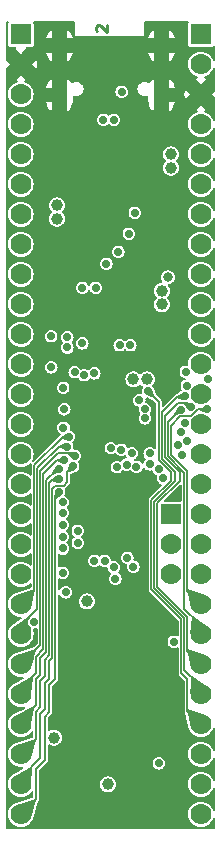
<source format=gbr>
%TF.GenerationSoftware,KiCad,Pcbnew,7.0.9-7.0.9~ubuntu22.04.1*%
%TF.CreationDate,2025-04-08T09:34:51+03:00*%
%TF.ProjectId,PICO2-BB48_Rev_A,5049434f-322d-4424-9234-385f5265765f,A*%
%TF.SameCoordinates,PX8321560PY7f50c60*%
%TF.FileFunction,Copper,L2,Inr*%
%TF.FilePolarity,Positive*%
%FSLAX46Y46*%
G04 Gerber Fmt 4.6, Leading zero omitted, Abs format (unit mm)*
G04 Created by KiCad (PCBNEW 7.0.9-7.0.9~ubuntu22.04.1) date 2025-04-08 09:34:51*
%MOMM*%
%LPD*%
G01*
G04 APERTURE LIST*
%ADD10C,0.222250*%
%TA.AperFunction,NonConductor*%
%ADD11C,0.222250*%
%TD*%
%TA.AperFunction,ComponentPad*%
%ADD12O,1.200000X2.200000*%
%TD*%
%TA.AperFunction,ComponentPad*%
%ADD13O,1.300000X2.000000*%
%TD*%
%TA.AperFunction,ComponentPad*%
%ADD14R,1.778000X1.778000*%
%TD*%
%TA.AperFunction,ComponentPad*%
%ADD15C,1.778000*%
%TD*%
%TA.AperFunction,HeatsinkPad*%
%ADD16C,1.000000*%
%TD*%
%TA.AperFunction,HeatsinkPad*%
%ADD17C,1.800000*%
%TD*%
%TA.AperFunction,ViaPad*%
%ADD18C,0.800000*%
%TD*%
%TA.AperFunction,ViaPad*%
%ADD19C,0.700000*%
%TD*%
%TA.AperFunction,ViaPad*%
%ADD20C,1.000000*%
%TD*%
%TA.AperFunction,Conductor*%
%ADD21C,1.524000*%
%TD*%
%TA.AperFunction,Conductor*%
%ADD22C,1.016000*%
%TD*%
%TA.AperFunction,Conductor*%
%ADD23C,0.762000*%
%TD*%
%TA.AperFunction,Conductor*%
%ADD24C,2.540000*%
%TD*%
%TA.AperFunction,Conductor*%
%ADD25C,0.127000*%
%TD*%
G04 APERTURE END LIST*
D10*
D11*
X8018379Y67841001D02*
X7976045Y67883334D01*
X7976045Y67883334D02*
X7933712Y67968001D01*
X7933712Y67968001D02*
X7933712Y68179667D01*
X7933712Y68179667D02*
X7976045Y68264334D01*
X7976045Y68264334D02*
X8018379Y68306667D01*
X8018379Y68306667D02*
X8103045Y68349001D01*
X8103045Y68349001D02*
X8187712Y68349001D01*
X8187712Y68349001D02*
X8314712Y68306667D01*
X8314712Y68306667D02*
X8822712Y67798667D01*
X8822712Y67798667D02*
X8822712Y68349001D01*
D12*
%TO.N,GND*%
%TO.C,USB-C1*%
X4830000Y62470000D03*
X13470000Y62470000D03*
D13*
X4830000Y66650000D03*
X13470000Y66650000D03*
%TD*%
D14*
%TO.N,/SWDIO*%
%TO.C,SWD1*%
X14265000Y26940000D03*
D15*
%TO.N,/SWCLK*%
X14265000Y24400000D03*
%TO.N,GND*%
X14265000Y21860000D03*
%TD*%
D16*
%TO.N,GND*%
%TO.C,U3*%
X7950000Y33730000D03*
X10350000Y33800000D03*
D17*
X9150000Y35000000D03*
D16*
X7950000Y36200000D03*
X10350000Y36200000D03*
%TD*%
D14*
%TO.N,VBUS*%
%TO.C,EXT2*%
X16805000Y67587000D03*
D15*
%TO.N,VSYS*%
X16805000Y65047000D03*
%TO.N,GND*%
X16805000Y62507000D03*
%TO.N,/GPIO24\u005CSPI1_RX\u005CSD_DAT0*%
X16805000Y59967000D03*
%TO.N,/GPIO25\u005CUser_Led*%
X16805000Y57427000D03*
%TO.N,/GPIO26*%
X16805000Y54887000D03*
%TO.N,/GPIO27*%
X16805000Y52347000D03*
%TO.N,/GPIO28*%
X16805000Y49807000D03*
%TO.N,/GPIO29*%
X16805000Y47267000D03*
%TO.N,/GPIO30*%
X16805000Y44727000D03*
%TO.N,/GPIO31*%
X16805000Y42187000D03*
%TO.N,/GPIO32*%
X16805000Y39647000D03*
%TO.N,/GPIO33*%
X16805000Y37107000D03*
%TO.N,/GPIO34*%
X16805000Y34567000D03*
%TO.N,/GPIO35*%
X16805000Y32027000D03*
%TO.N,/GPIO36*%
X16805000Y29487000D03*
%TO.N,/GPIO37*%
X16805000Y26947000D03*
%TO.N,/GPIO38*%
X16805000Y24407000D03*
%TO.N,/GPIO39*%
X16805000Y21867000D03*
%TO.N,/GPIO40*%
X16805000Y19327000D03*
%TO.N,/GPIO41*%
X16805000Y16787000D03*
%TO.N,/GPIO42*%
X16805000Y14247000D03*
%TO.N,/GPIO43*%
X16805000Y11707000D03*
%TO.N,/GPIO44*%
X16805000Y9167000D03*
%TO.N,/GPIO45*%
X16805000Y6627000D03*
%TO.N,/GPIO46*%
X16805000Y4087000D03*
%TO.N,/GPIO47*%
X16805000Y1547000D03*
%TD*%
D14*
%TO.N,+3.3V*%
%TO.C,EXT1*%
X1565000Y67587000D03*
D15*
%TO.N,GND*%
X1565000Y65047000D03*
%TO.N,/3V3_EN*%
X1565000Y62507000D03*
%TO.N,/GPIO0\u005CUART0_TX*%
X1565000Y59967000D03*
%TO.N,/GPIO1\u005CUART0_RX*%
X1565000Y57427000D03*
%TO.N,/GPIO2\u005CI2C1_SDA*%
X1565000Y54887000D03*
%TO.N,/GPIO3\u005CI2C1_SCL*%
X1565000Y52347000D03*
%TO.N,/GPIO4\u005CSPI0_RX(MISO)*%
X1565000Y49807000D03*
%TO.N,/GPIO5\u005CSPI0_CSn(CS#)*%
X1565000Y47267000D03*
%TO.N,/GPIO6\u005CSPI0_SCK(SCK)*%
X1565000Y44727000D03*
%TO.N,/GPIO7\u005CSPI0_TX(MOSI)*%
X1565000Y42187000D03*
%TO.N,/GPIO8\u005CQMI_CS1n*%
X1565000Y39647000D03*
%TO.N,/GPIO9\u005CSPI1_CSn*%
X1565000Y37107000D03*
%TO.N,/GPIO10\u005CSPI1_SCK\u005CSD_CLK*%
X1565000Y34567000D03*
%TO.N,/GPIO11\u005CSPI1_TX\u005CSD_CMD*%
X1565000Y32027000D03*
%TO.N,/GPIO12*%
X1565000Y29487000D03*
%TO.N,/GPIO13*%
X1565000Y26947000D03*
%TO.N,/GPIO14*%
X1565000Y24407000D03*
%TO.N,/GPIO15*%
X1565000Y21867000D03*
%TO.N,/GPIO16*%
X1565000Y19327000D03*
%TO.N,/GPIO17*%
X1565000Y16787000D03*
%TO.N,/GPIO18*%
X1565000Y14247000D03*
%TO.N,/GPIO19*%
X1565000Y11707000D03*
%TO.N,/GPIO20*%
X1565000Y9167000D03*
%TO.N,/GPIO21*%
X1565000Y6627000D03*
%TO.N,/GPIO22*%
X1565000Y4087000D03*
%TO.N,/GPIO23*%
X1565000Y1547000D03*
%TD*%
D18*
%TO.N,GND*%
X12995000Y57046000D03*
D19*
X9058000Y66825000D03*
X9058000Y13866000D03*
X9439000Y6246000D03*
D18*
X10582000Y57681000D03*
D19*
X9693000Y58976400D03*
D20*
X7534000Y4087000D03*
D19*
X6867000Y26312838D03*
D20*
X10836000Y11834000D03*
X14646000Y9167000D03*
D19*
X9947000Y28979000D03*
D20*
X11344000Y47140000D03*
D19*
X10836000Y65047000D03*
X5629000Y35075000D03*
X11598000Y25169000D03*
X12106000Y52855000D03*
D18*
X4867000Y49299000D03*
D19*
X5629000Y36599000D03*
D20*
X11979000Y15898000D03*
D18*
X12995000Y56030000D03*
D19*
X7407000Y13866000D03*
X12360000Y785000D03*
X14849200Y28471000D03*
X3901800Y3858400D03*
D18*
X7407000Y56030000D03*
D20*
X11344000Y45997000D03*
D19*
X6137000Y785000D03*
X14773000Y3325000D03*
D18*
X8042000Y56792000D03*
D20*
X5248000Y12342000D03*
D19*
X4613000Y44092000D03*
X7407000Y65047000D03*
D18*
X10582000Y56665000D03*
D19*
X15916000Y41094800D03*
D18*
X6137000Y46886000D03*
X9312000Y46124000D03*
D19*
X9820000Y23899000D03*
D20*
X13369793Y40923207D03*
X5375000Y7262000D03*
D18*
X6645000Y52855000D03*
D19*
%TO.N,/USB_D-*%
X8550000Y60348000D03*
%TO.N,/USB_D+*%
X9446930Y60347588D03*
D20*
%TO.N,+3.3V*%
X12233000Y38377000D03*
X11090000Y38377000D03*
D19*
X12074000Y35837000D03*
X5146400Y37665800D03*
X5121000Y27074000D03*
X14519000Y16152000D03*
X6772000Y41425000D03*
D20*
X7153000Y19581000D03*
X4359000Y8024000D03*
D19*
X5121000Y27963000D03*
D18*
X14011000Y47013000D03*
D19*
X5171800Y34287600D03*
X13249000Y5865000D03*
D20*
X4613000Y51966000D03*
X8931000Y4087000D03*
D19*
X12074000Y35075000D03*
X2657200Y17828400D03*
D20*
X4613000Y53109000D03*
D19*
%TO.N,/+1V1*%
X9693000Y30941000D03*
D20*
X13503000Y44727000D03*
D19*
X11598000Y36599000D03*
X5248000Y35837000D03*
D20*
X13503000Y45870000D03*
D19*
%TO.N,/RUN*%
X10582000Y23264000D03*
X5121000Y24058000D03*
%TO.N,/GPIO25\u005CUser_Led*%
X10074000Y32408000D03*
%TO.N,/GPIO29*%
X12468200Y32103200D03*
%TO.N,/GPIO7\u005CSPI0_TX(MOSI)*%
X9566000Y21486000D03*
%TO.N,/GPIO5\u005CSPI0_CSn(CS#)*%
X8677000Y23010000D03*
%TO.N,/GPIO4\u005CSPI0_RX(MISO)*%
X4137000Y39393000D03*
X7788000Y23010000D03*
%TO.N,/GPIO0\u005CUART0_TX*%
X5502000Y41933000D03*
X5121000Y26058000D03*
%TO.N,/GPIO1\u005CUART0_RX*%
X5502000Y41076000D03*
X5121000Y25042000D03*
%TO.N,/GPIO18*%
X6137000Y31900000D03*
%TO.N,/GPIO24\u005CSPI1_RX\u005CSD_DAT0*%
X9185000Y32567000D03*
%TO.N,/GPIO20*%
X4790800Y30757000D03*
%TO.N,/GPIO19*%
X5248000Y31519000D03*
%TO.N,/GPIO21*%
X4790800Y29911940D03*
%TO.N,/GPIO23*%
X4772000Y28820000D03*
%TO.N,/GPIO22*%
X5984600Y31011000D03*
%TO.N,/GPIO26*%
X10963000Y32133613D03*
%TO.N,/GPIO27*%
X10531200Y31163400D03*
%TO.N,/GPIO28*%
X11344000Y30960200D03*
%TO.N,/USB_CC1*%
X10099400Y62710200D03*
%TO.N,/D-*%
X10836000Y41272600D03*
%TO.N,/D+*%
X9921600Y41272600D03*
D20*
%TO.N,VSYS*%
X14265000Y57427000D03*
X14265000Y56284000D03*
D19*
%TO.N,/GPIO31*%
X13630000Y29995000D03*
%TO.N,/GPIO30*%
X12461600Y31188800D03*
%TO.N,/GPIO9\u005CSPI1_CSn*%
X5121000Y21994000D03*
X5375000Y20343000D03*
%TO.N,/GPIO8\u005CQMI_CS1n*%
X6924400Y38732600D03*
X11217000Y52474000D03*
%TO.N,/GPIO3\u005CI2C1_SCL*%
X4130400Y42034600D03*
X6391000Y25550000D03*
%TO.N,/GPIO2\u005CI2C1_SDA*%
X6111600Y38986600D03*
X6391000Y24534000D03*
%TO.N,/GPIO17*%
X5476600Y32687400D03*
%TO.N,/GPIO16*%
X5603600Y33525600D03*
%TO.N,/GPIO6\u005CSPI0_SCK(SCK)*%
X9439000Y22451200D03*
%TO.N,/GPIO47*%
X15535000Y39012000D03*
%TO.N,/GPIO46*%
X17440000Y38377000D03*
%TO.N,/GPIO45*%
X15611200Y37818200D03*
%TO.N,/QSPI_CSn*%
X7788000Y38885000D03*
X11090000Y22502000D03*
%TO.N,/GPIO44*%
X12360000Y37361000D03*
%TO.N,/QSPI_CLK*%
X9820000Y49172000D03*
%TO.N,/GPIO40*%
X17344500Y35837000D03*
%TO.N,/QSPI_SD0*%
X8804000Y48156000D03*
%TO.N,/QSPI_SD1*%
X6772000Y46124000D03*
%TO.N,/GPIO41*%
X15157227Y35813150D03*
%TO.N,/GPIO42*%
X15964846Y36030553D03*
%TO.N,/QSPI_SD2*%
X7915000Y46124000D03*
%TO.N,/QSPI_SD3*%
X10709000Y50696000D03*
%TO.N,/GPIO43*%
X15433400Y36929200D03*
%TO.N,/GPIO35*%
X15172800Y32009315D03*
%TO.N,/GPIO32*%
X13249000Y30757000D03*
%TO.N,/GPIO36*%
X14874600Y32789000D03*
%TO.N,/GPIO37*%
X15636600Y33195400D03*
%TO.N,/GPIO38*%
X15137434Y33904076D03*
%TO.N,/GPIO39*%
X15433400Y34694000D03*
%TD*%
D21*
%TO.N,GND*%
X9150000Y35000000D02*
X9150000Y39809000D01*
D22*
X7950000Y33730000D02*
X7950000Y28979000D01*
D23*
X11979000Y24788000D02*
X11979000Y21232000D01*
D22*
X7950000Y25169000D02*
X11598000Y25169000D01*
D23*
X11979000Y21232000D02*
X11725000Y20978000D01*
D24*
X5121000Y44219000D02*
X4867000Y44473000D01*
D22*
X7950000Y25169000D02*
X7950000Y24645200D01*
D24*
X8296000Y42949000D02*
X7026000Y44219000D01*
X4867000Y44473000D02*
X4867000Y49045000D01*
D23*
X11598000Y25169000D02*
X11979000Y24788000D01*
D24*
X4867000Y49045000D02*
X7407000Y51585000D01*
D21*
X9150000Y39809000D02*
X8296000Y40663000D01*
D22*
X7950000Y24645200D02*
X6543400Y23238600D01*
X7950000Y28979000D02*
X7950000Y25169000D01*
D24*
X7026000Y44219000D02*
X5121000Y44219000D01*
X7407000Y51585000D02*
X7407000Y56030000D01*
D21*
X8296000Y42949000D02*
X8296000Y40663000D01*
D25*
%TO.N,/GPIO18*%
X4706662Y32120662D02*
X3216000Y30630000D01*
X6137000Y31900000D02*
X5916338Y32120662D01*
X3216000Y30630000D02*
X3216000Y15898000D01*
X3216000Y15898000D02*
X1565000Y14247000D01*
X5916338Y32120662D02*
X4706662Y32120662D01*
%TO.N,/GPIO20*%
X2835000Y10818000D02*
X1565000Y9548000D01*
X1565000Y9548000D02*
X1565000Y9167000D01*
X4771682Y30738442D02*
X4594442Y30738442D01*
X3216000Y14755000D02*
X3216000Y13358000D01*
X3724000Y29868000D02*
X3724000Y15263000D01*
X4594442Y30738442D02*
X3724000Y29868000D01*
X2835000Y12977000D02*
X2835000Y10818000D01*
X3724000Y15263000D02*
X3216000Y14755000D01*
X3216000Y13358000D02*
X2835000Y12977000D01*
%TO.N,/GPIO19*%
X2835000Y14882000D02*
X2835000Y13485000D01*
X2835000Y13485000D02*
X1565000Y12215000D01*
X3470000Y30376000D02*
X3470000Y15517000D01*
X4613000Y31519000D02*
X3470000Y30376000D01*
X5248000Y31519000D02*
X4613000Y31519000D01*
X1565000Y12215000D02*
X1565000Y11707000D01*
X3470000Y15517000D02*
X2835000Y14882000D01*
%TO.N,/GPIO21*%
X3216000Y10627500D02*
X2835000Y10246500D01*
X3597000Y13231000D02*
X3216000Y12850000D01*
X3216000Y12850000D02*
X3216000Y10627500D01*
X2835000Y7897000D02*
X1565000Y6627000D01*
X4790800Y29911940D02*
X4275940Y29911940D01*
X2835000Y10246500D02*
X2835000Y7897000D01*
X3978000Y29614000D02*
X3978000Y15009000D01*
X4275940Y29911940D02*
X3978000Y29614000D01*
X3597000Y14628000D02*
X3597000Y13231000D01*
X3978000Y15009000D02*
X3597000Y14628000D01*
%TO.N,/GPIO23*%
X3978000Y10183000D02*
X3597000Y9802000D01*
X4486000Y12977000D02*
X3978000Y12469000D01*
X4772000Y28820000D02*
X4486000Y28534000D01*
X3597000Y9802000D02*
X3597000Y6119000D01*
X2835000Y5357000D02*
X2835000Y2817000D01*
X4486000Y28534000D02*
X4486000Y12977000D01*
X2835000Y2817000D02*
X1565000Y1547000D01*
X3978000Y12469000D02*
X3978000Y10183000D01*
X3597000Y6119000D02*
X2835000Y5357000D01*
%TO.N,/GPIO22*%
X4486000Y29360000D02*
X4232000Y29106000D01*
X5201691Y29360000D02*
X4486000Y29360000D01*
X3216000Y6309500D02*
X1565000Y4658500D01*
X5502000Y30528400D02*
X5502000Y29660309D01*
X4232000Y29106000D02*
X4232000Y14755000D01*
X4232000Y14755000D02*
X3978000Y14501000D01*
X3978000Y13040500D02*
X3597000Y12659500D01*
X3597000Y10437000D02*
X3216000Y10056000D01*
X5984600Y31011000D02*
X5502000Y30528400D01*
X3978000Y14501000D02*
X3978000Y13040500D01*
X3216000Y10056000D02*
X3216000Y6309500D01*
X5502000Y29660309D02*
X5201691Y29360000D01*
X1565000Y4658500D02*
X1565000Y4087000D01*
X3597000Y12659500D02*
X3597000Y10437000D01*
%TO.N,/GPIO17*%
X1565000Y17549000D02*
X1565000Y16787000D01*
X2962000Y30884000D02*
X2962000Y18946000D01*
X2962000Y18946000D02*
X1565000Y17549000D01*
X5476600Y32687400D02*
X4765400Y32687400D01*
X4765400Y32687400D02*
X2962000Y30884000D01*
%TO.N,/GPIO16*%
X5603600Y33525600D02*
X5095600Y33525600D01*
X2708000Y31138000D02*
X2708000Y20470000D01*
X2708000Y20470000D02*
X1565000Y19327000D01*
X5095600Y33525600D02*
X2708000Y31138000D01*
%TO.N,/GPIO44*%
X12614000Y20597000D02*
X15154000Y18057000D01*
X15662000Y12977000D02*
X15662000Y10310000D01*
X15662000Y10310000D02*
X16805000Y9167000D01*
X12360000Y37361000D02*
X13249000Y36472000D01*
X13249000Y31569800D02*
X14265000Y30553800D01*
X14265000Y29791800D02*
X12614000Y28140800D01*
X14265000Y30553800D02*
X14265000Y29791800D01*
X15154000Y18057000D02*
X15154000Y13485000D01*
X12614000Y28140800D02*
X12614000Y20597000D01*
X15154000Y13485000D02*
X15662000Y12977000D01*
X13249000Y36472000D02*
X13249000Y31569800D01*
%TO.N,/GPIO40*%
X16548356Y35837000D02*
X15964156Y35252800D01*
X15662000Y20470000D02*
X16805000Y19327000D01*
X17344500Y35837000D02*
X16548356Y35837000D01*
X14265000Y34440000D02*
X14265000Y31990640D01*
X14265000Y31990640D02*
X15662000Y30593640D01*
X15964156Y35252800D02*
X15077800Y35252800D01*
X15077800Y35252800D02*
X14265000Y34440000D01*
X15662000Y30593640D02*
X15662000Y20470000D01*
%TO.N,/GPIO41*%
X14011000Y31885430D02*
X14011000Y34807461D01*
X15408000Y30488430D02*
X14011000Y31885430D01*
X16805000Y16787000D02*
X16805000Y17549000D01*
X15016689Y35813150D02*
X15157227Y35813150D01*
X14011000Y34807461D02*
X15016689Y35813150D01*
X15408000Y18946000D02*
X15408000Y30488430D01*
X16805000Y17549000D02*
X15408000Y18946000D01*
%TO.N,/GPIO42*%
X13122000Y20829210D02*
X15662000Y18289210D01*
X15662000Y15390000D02*
X16805000Y14247000D01*
X15027000Y30510220D02*
X15027000Y29800890D01*
X13757000Y31780220D02*
X15027000Y30510220D01*
X13757000Y35265500D02*
X13757000Y31780220D01*
X15624999Y36370400D02*
X14861900Y36370400D01*
X15027000Y29800890D02*
X13122000Y27895890D01*
X13122000Y27895890D02*
X13122000Y20829210D01*
X15662000Y18289210D02*
X15662000Y15390000D01*
X15964846Y36030553D02*
X15624999Y36370400D01*
X14861900Y36370400D02*
X13757000Y35265500D01*
%TO.N,/GPIO43*%
X12868000Y28013800D02*
X12868000Y20724000D01*
X16805000Y12405500D02*
X16805000Y11707000D01*
X13503000Y31675010D02*
X14646000Y30532010D01*
X14849200Y36929200D02*
X13503000Y35583000D01*
X15408000Y18184000D02*
X15408000Y13802500D01*
X12868000Y20724000D02*
X15408000Y18184000D01*
X15408000Y13802500D02*
X16805000Y12405500D01*
X13503000Y35583000D02*
X13503000Y31675010D01*
X14646000Y30532010D02*
X14646000Y29791800D01*
X15433400Y36929200D02*
X14849200Y36929200D01*
X14646000Y29791800D02*
X12868000Y28013800D01*
%TD*%
%TA.AperFunction,Conductor*%
%TO.N,GND*%
G36*
X499743Y68674135D02*
G01*
X529807Y68622064D01*
X519366Y68562850D01*
X516328Y68557965D01*
X508045Y68545569D01*
X497700Y68493560D01*
X497700Y66680437D01*
X497701Y66680435D01*
X508043Y66628435D01*
X508043Y66628434D01*
X508044Y66628432D01*
X508045Y66628431D01*
X547453Y66569453D01*
X606431Y66530045D01*
X658439Y66519700D01*
X1056644Y66519701D01*
X1113143Y66499136D01*
X1143207Y66447065D01*
X1142280Y66411989D01*
X1133967Y66376059D01*
X1564999Y65945027D01*
X1634972Y66015000D01*
X3707130Y66015000D01*
X3745572Y65879889D01*
X3841233Y65687777D01*
X3970560Y65516520D01*
X4129157Y65371939D01*
X4195000Y65331172D01*
X5465000Y65331172D01*
X5530841Y65371939D01*
X5530842Y65371939D01*
X5689439Y65516520D01*
X5818766Y65687777D01*
X5914427Y65879889D01*
X5952870Y66015000D01*
X12347130Y66015000D01*
X12385572Y65879889D01*
X12481233Y65687777D01*
X12610560Y65516520D01*
X12769157Y65371939D01*
X12835000Y65331172D01*
X14105000Y65331172D01*
X14170841Y65371939D01*
X14170842Y65371939D01*
X14329439Y65516520D01*
X14458766Y65687777D01*
X14554427Y65879889D01*
X14592870Y66015000D01*
X14105001Y66015000D01*
X14105000Y66014999D01*
X14105000Y65331172D01*
X12835000Y65331172D01*
X12835000Y66014999D01*
X12834999Y66015000D01*
X12347130Y66015000D01*
X5952870Y66015000D01*
X5465001Y66015000D01*
X5465000Y66014999D01*
X5465000Y65331172D01*
X4195000Y65331172D01*
X4195000Y66014999D01*
X4194999Y66015000D01*
X3707130Y66015000D01*
X1634972Y66015000D01*
X1938491Y66318519D01*
X4430000Y66318519D01*
X4444835Y66224852D01*
X4502359Y66111955D01*
X4591955Y66022359D01*
X4704852Y65964835D01*
X4830000Y65945014D01*
X4955148Y65964835D01*
X5068045Y66022359D01*
X5157641Y66111955D01*
X5215165Y66224852D01*
X5230000Y66318519D01*
X13070000Y66318519D01*
X13084835Y66224852D01*
X13142359Y66111955D01*
X13231955Y66022359D01*
X13344852Y65964835D01*
X13470000Y65945014D01*
X13595148Y65964835D01*
X13708045Y66022359D01*
X13797641Y66111955D01*
X13855165Y66224852D01*
X13870000Y66318519D01*
X13870000Y66981481D01*
X13855165Y67075148D01*
X13797641Y67188045D01*
X13708045Y67277641D01*
X13595148Y67335165D01*
X13470000Y67354986D01*
X13344852Y67335165D01*
X13231955Y67277641D01*
X13142359Y67188045D01*
X13084835Y67075148D01*
X13070000Y66981481D01*
X13070000Y66318519D01*
X5230000Y66318519D01*
X5230000Y66981481D01*
X5215165Y67075148D01*
X5157641Y67188045D01*
X5068045Y67277641D01*
X4955148Y67335165D01*
X4830000Y67354986D01*
X4704852Y67335165D01*
X4591955Y67277641D01*
X4502359Y67188045D01*
X4444835Y67075148D01*
X4430000Y66981481D01*
X4430000Y66318519D01*
X1938491Y66318519D01*
X1996030Y66376058D01*
X1987718Y66411988D01*
X1995018Y66471671D01*
X2038974Y66512698D01*
X2073354Y66519701D01*
X2471560Y66519701D01*
X2471564Y66519701D01*
X2471565Y66519702D01*
X2523565Y66530044D01*
X2523566Y66530044D01*
X2523566Y66530045D01*
X2523569Y66530045D01*
X2582547Y66569453D01*
X2621955Y66628431D01*
X2632300Y66680439D01*
X2632300Y67285000D01*
X3707130Y67285000D01*
X4194999Y67285000D01*
X4195000Y67285001D01*
X4195000Y67968830D01*
X4194999Y67968831D01*
X5465000Y67968831D01*
X5465000Y67285001D01*
X5465001Y67285000D01*
X5952870Y67285000D01*
X12347130Y67285000D01*
X12834999Y67285000D01*
X12835000Y67285001D01*
X12835000Y67968830D01*
X12834999Y67968831D01*
X14105000Y67968831D01*
X14105000Y67285001D01*
X14105001Y67285000D01*
X14592870Y67285000D01*
X14554427Y67420112D01*
X14458766Y67612224D01*
X14329439Y67783481D01*
X14170843Y67928062D01*
X14170834Y67928068D01*
X14105000Y67968831D01*
X12834999Y67968831D01*
X12769165Y67928068D01*
X12769156Y67928062D01*
X12610560Y67783481D01*
X12481233Y67612224D01*
X12385572Y67420112D01*
X12347130Y67285000D01*
X5952870Y67285000D01*
X5914427Y67420112D01*
X5818766Y67612224D01*
X5689439Y67783481D01*
X5530843Y67928062D01*
X5530834Y67928068D01*
X5465000Y67968831D01*
X4194999Y67968831D01*
X4129165Y67928068D01*
X4129156Y67928062D01*
X3970560Y67783481D01*
X3841233Y67612224D01*
X3745572Y67420112D01*
X3707130Y67285000D01*
X2632300Y67285000D01*
X2632299Y68493560D01*
X2632299Y68493561D01*
X2632299Y68493564D01*
X2632298Y68493566D01*
X2621956Y68545566D01*
X2621956Y68545568D01*
X2613672Y68557965D01*
X2599380Y68616369D01*
X2625974Y68670296D01*
X2681009Y68694512D01*
X2686758Y68694700D01*
X6049100Y68694700D01*
X6105601Y68674135D01*
X6135665Y68622064D01*
X6137000Y68606800D01*
X6137000Y67460000D01*
X6137001Y67460000D01*
X11978999Y67460000D01*
X11979000Y67460000D01*
X11979000Y68606800D01*
X11999565Y68663301D01*
X12051636Y68693365D01*
X12066900Y68694700D01*
X15683242Y68694700D01*
X15739743Y68674135D01*
X15769807Y68622064D01*
X15759366Y68562850D01*
X15756328Y68557965D01*
X15748045Y68545569D01*
X15737700Y68493560D01*
X15737700Y66680437D01*
X15737701Y66680435D01*
X15748043Y66628435D01*
X15748043Y66628434D01*
X15748044Y66628432D01*
X15748045Y66628431D01*
X15787453Y66569453D01*
X15846431Y66530045D01*
X15898439Y66519700D01*
X17711560Y66519701D01*
X17711563Y66519701D01*
X17711565Y66519702D01*
X17763565Y66530044D01*
X17763566Y66530044D01*
X17763566Y66530045D01*
X17763569Y66530045D01*
X17822547Y66569453D01*
X17833715Y66586168D01*
X17882202Y66621720D01*
X17942200Y66617788D01*
X17985635Y66576210D01*
X17994700Y66537332D01*
X17994700Y65394396D01*
X17974135Y65337895D01*
X17922064Y65307831D01*
X17862850Y65318272D01*
X17824201Y65364332D01*
X17822685Y65368880D01*
X17795829Y65457410D01*
X17795829Y65457411D01*
X17795828Y65457412D01*
X17795828Y65457414D01*
X17696721Y65642829D01*
X17563347Y65805347D01*
X17400829Y65938721D01*
X17215414Y66037828D01*
X17215413Y66037829D01*
X17215410Y66037830D01*
X17014233Y66098856D01*
X17014228Y66098857D01*
X17014227Y66098857D01*
X16805000Y66119464D01*
X16595773Y66098857D01*
X16595771Y66098857D01*
X16595766Y66098856D01*
X16394590Y66037830D01*
X16394589Y66037830D01*
X16209170Y65938721D01*
X16046655Y65805349D01*
X16046651Y65805345D01*
X15913279Y65642830D01*
X15814170Y65457411D01*
X15814170Y65457410D01*
X15753144Y65256234D01*
X15753143Y65256229D01*
X15753143Y65256227D01*
X15732536Y65047000D01*
X15739616Y64975111D01*
X15753144Y64837767D01*
X15814170Y64636591D01*
X15814170Y64636590D01*
X15814171Y64636587D01*
X15814172Y64636586D01*
X15913279Y64451171D01*
X16046653Y64288653D01*
X16209171Y64155279D01*
X16394586Y64056172D01*
X16394588Y64056172D01*
X16394589Y64056171D01*
X16464185Y64035059D01*
X16512283Y63998979D01*
X16525937Y63940422D01*
X16498757Y63886789D01*
X16464064Y63867820D01*
X16464320Y63867075D01*
X16373968Y63836058D01*
X16804999Y63405027D01*
X17236030Y63836058D01*
X17236031Y63836058D01*
X17145680Y63867075D01*
X17146077Y63868234D01*
X17100030Y63899537D01*
X17083667Y63957395D01*
X17108323Y64012234D01*
X17145814Y64035059D01*
X17166087Y64041209D01*
X17215414Y64056172D01*
X17400829Y64155279D01*
X17563347Y64288653D01*
X17696721Y64451171D01*
X17795828Y64636586D01*
X17811279Y64687523D01*
X17822685Y64725121D01*
X17858765Y64773219D01*
X17917322Y64786873D01*
X17970955Y64759693D01*
X17994569Y64704397D01*
X17994700Y64699605D01*
X17994700Y62835085D01*
X17974135Y62778584D01*
X17968955Y62772930D01*
X17728770Y62532745D01*
X17710078Y62524029D01*
X17709716Y62523154D01*
X17700565Y62509461D01*
X17968955Y62241071D01*
X17994366Y62186577D01*
X17994700Y62178916D01*
X17994700Y60314396D01*
X17974135Y60257895D01*
X17922064Y60227831D01*
X17862850Y60238272D01*
X17824201Y60284332D01*
X17822685Y60288880D01*
X17795829Y60377410D01*
X17795829Y60377411D01*
X17795828Y60377412D01*
X17795828Y60377414D01*
X17696721Y60562829D01*
X17563347Y60725347D01*
X17400829Y60858721D01*
X17215414Y60957828D01*
X17215413Y60957829D01*
X17215410Y60957830D01*
X17145815Y60978941D01*
X17097717Y61015021D01*
X17084063Y61073578D01*
X17111243Y61127211D01*
X17145936Y61146179D01*
X17145680Y61146925D01*
X17236030Y61177944D01*
X16802539Y61611435D01*
X16789462Y61602696D01*
X16784435Y61588884D01*
X16779255Y61583230D01*
X16373968Y61177944D01*
X16373967Y61177944D01*
X16464320Y61146925D01*
X16463922Y61145768D01*
X16509973Y61114457D01*
X16526330Y61056598D01*
X16501670Y61001760D01*
X16464184Y60978941D01*
X16394590Y60957830D01*
X16394589Y60957830D01*
X16209170Y60858721D01*
X16046655Y60725349D01*
X16046651Y60725345D01*
X15913279Y60562830D01*
X15814170Y60377411D01*
X15814170Y60377410D01*
X15753144Y60176234D01*
X15753143Y60176229D01*
X15753143Y60176227D01*
X15732536Y59967000D01*
X15747533Y59814729D01*
X15753144Y59757767D01*
X15814170Y59556591D01*
X15814170Y59556590D01*
X15814171Y59556587D01*
X15814172Y59556586D01*
X15913279Y59371171D01*
X16046653Y59208653D01*
X16209171Y59075279D01*
X16394586Y58976172D01*
X16595773Y58915143D01*
X16805000Y58894536D01*
X17014227Y58915143D01*
X17215414Y58976172D01*
X17400829Y59075279D01*
X17563347Y59208653D01*
X17696721Y59371171D01*
X17795828Y59556586D01*
X17811279Y59607523D01*
X17822685Y59645121D01*
X17858765Y59693219D01*
X17917322Y59706873D01*
X17970955Y59679693D01*
X17994569Y59624397D01*
X17994700Y59619605D01*
X17994700Y57774396D01*
X17974135Y57717895D01*
X17922064Y57687831D01*
X17862850Y57698272D01*
X17824201Y57744332D01*
X17822685Y57748880D01*
X17795829Y57837410D01*
X17795829Y57837411D01*
X17795828Y57837412D01*
X17795828Y57837414D01*
X17696721Y58022829D01*
X17563347Y58185347D01*
X17400829Y58318721D01*
X17215414Y58417828D01*
X17215413Y58417829D01*
X17215410Y58417830D01*
X17014233Y58478856D01*
X17014228Y58478857D01*
X17014227Y58478857D01*
X16805000Y58499464D01*
X16595773Y58478857D01*
X16595771Y58478857D01*
X16595766Y58478856D01*
X16394590Y58417830D01*
X16394589Y58417830D01*
X16209170Y58318721D01*
X16046655Y58185349D01*
X16046651Y58185345D01*
X15913279Y58022830D01*
X15814170Y57837411D01*
X15814170Y57837410D01*
X15753144Y57636234D01*
X15753143Y57636229D01*
X15753143Y57636227D01*
X15732536Y57427000D01*
X15748641Y57263480D01*
X15753144Y57217767D01*
X15814170Y57016591D01*
X15814170Y57016590D01*
X15814171Y57016587D01*
X15814172Y57016586D01*
X15913279Y56831171D01*
X16046653Y56668653D01*
X16209171Y56535279D01*
X16394586Y56436172D01*
X16595773Y56375143D01*
X16805000Y56354536D01*
X17014227Y56375143D01*
X17215414Y56436172D01*
X17400829Y56535279D01*
X17563347Y56668653D01*
X17696721Y56831171D01*
X17795828Y57016586D01*
X17811279Y57067523D01*
X17822685Y57105121D01*
X17858765Y57153219D01*
X17917322Y57166873D01*
X17970955Y57139693D01*
X17994569Y57084397D01*
X17994700Y57079605D01*
X17994700Y55234396D01*
X17974135Y55177895D01*
X17922064Y55147831D01*
X17862850Y55158272D01*
X17824201Y55204332D01*
X17822685Y55208880D01*
X17795829Y55297410D01*
X17795829Y55297411D01*
X17795828Y55297412D01*
X17795828Y55297414D01*
X17696721Y55482829D01*
X17563347Y55645347D01*
X17400829Y55778721D01*
X17215414Y55877828D01*
X17215413Y55877829D01*
X17215410Y55877830D01*
X17014233Y55938856D01*
X17014228Y55938857D01*
X17014227Y55938857D01*
X16805000Y55959464D01*
X16595773Y55938857D01*
X16595771Y55938857D01*
X16595766Y55938856D01*
X16394590Y55877830D01*
X16394589Y55877830D01*
X16209170Y55778721D01*
X16046655Y55645349D01*
X16046651Y55645345D01*
X15913279Y55482830D01*
X15814170Y55297411D01*
X15814170Y55297410D01*
X15753144Y55096234D01*
X15732536Y54887000D01*
X15753144Y54677767D01*
X15814170Y54476591D01*
X15814170Y54476590D01*
X15814171Y54476587D01*
X15814172Y54476586D01*
X15913279Y54291171D01*
X16046653Y54128653D01*
X16209171Y53995279D01*
X16394586Y53896172D01*
X16595773Y53835143D01*
X16805000Y53814536D01*
X17014227Y53835143D01*
X17215414Y53896172D01*
X17400829Y53995279D01*
X17563347Y54128653D01*
X17696721Y54291171D01*
X17795828Y54476586D01*
X17811279Y54527523D01*
X17822685Y54565121D01*
X17858765Y54613219D01*
X17917322Y54626873D01*
X17970955Y54599693D01*
X17994569Y54544397D01*
X17994700Y54539605D01*
X17994700Y52694396D01*
X17974135Y52637895D01*
X17922064Y52607831D01*
X17862850Y52618272D01*
X17824201Y52664332D01*
X17822685Y52668880D01*
X17795829Y52757410D01*
X17795829Y52757411D01*
X17795828Y52757412D01*
X17795828Y52757414D01*
X17696721Y52942829D01*
X17563347Y53105347D01*
X17400829Y53238721D01*
X17215414Y53337828D01*
X17215413Y53337829D01*
X17215410Y53337830D01*
X17014233Y53398856D01*
X17014228Y53398857D01*
X17014227Y53398857D01*
X16805000Y53419464D01*
X16595773Y53398857D01*
X16595771Y53398857D01*
X16595766Y53398856D01*
X16394590Y53337830D01*
X16394589Y53337830D01*
X16209170Y53238721D01*
X16046655Y53105349D01*
X16046651Y53105345D01*
X15913279Y52942830D01*
X15814170Y52757411D01*
X15814170Y52757410D01*
X15753144Y52556234D01*
X15753143Y52556229D01*
X15753143Y52556227D01*
X15732536Y52347000D01*
X15738786Y52283538D01*
X15753144Y52137767D01*
X15814170Y51936591D01*
X15814170Y51936590D01*
X15814171Y51936587D01*
X15814172Y51936586D01*
X15913279Y51751171D01*
X16046653Y51588653D01*
X16209171Y51455279D01*
X16394586Y51356172D01*
X16394588Y51356172D01*
X16394589Y51356171D01*
X16490351Y51327122D01*
X16595773Y51295143D01*
X16805000Y51274536D01*
X17014227Y51295143D01*
X17215414Y51356172D01*
X17400829Y51455279D01*
X17563347Y51588653D01*
X17696721Y51751171D01*
X17795828Y51936586D01*
X17811279Y51987523D01*
X17822685Y52025121D01*
X17858765Y52073219D01*
X17917322Y52086873D01*
X17970955Y52059693D01*
X17994569Y52004397D01*
X17994700Y51999605D01*
X17994700Y50154396D01*
X17974135Y50097895D01*
X17922064Y50067831D01*
X17862850Y50078272D01*
X17824201Y50124332D01*
X17822685Y50128880D01*
X17795829Y50217410D01*
X17795829Y50217411D01*
X17795828Y50217412D01*
X17795828Y50217414D01*
X17696721Y50402829D01*
X17563347Y50565347D01*
X17400829Y50698721D01*
X17215414Y50797828D01*
X17215413Y50797829D01*
X17215410Y50797830D01*
X17014233Y50858856D01*
X17014228Y50858857D01*
X17014227Y50858857D01*
X16805000Y50879464D01*
X16595773Y50858857D01*
X16595771Y50858857D01*
X16595766Y50858856D01*
X16394590Y50797830D01*
X16394589Y50797830D01*
X16209170Y50698721D01*
X16046655Y50565349D01*
X16046651Y50565345D01*
X15913279Y50402830D01*
X15814170Y50217411D01*
X15814170Y50217410D01*
X15753144Y50016234D01*
X15753143Y50016229D01*
X15753143Y50016227D01*
X15732536Y49807000D01*
X15749627Y49633468D01*
X15753144Y49597767D01*
X15814170Y49396591D01*
X15814170Y49396590D01*
X15814171Y49396587D01*
X15814172Y49396586D01*
X15913279Y49211171D01*
X16046653Y49048653D01*
X16209171Y48915279D01*
X16394586Y48816172D01*
X16595773Y48755143D01*
X16805000Y48734536D01*
X17014227Y48755143D01*
X17215414Y48816172D01*
X17400829Y48915279D01*
X17563347Y49048653D01*
X17696721Y49211171D01*
X17795828Y49396586D01*
X17811279Y49447523D01*
X17822685Y49485121D01*
X17858765Y49533219D01*
X17917322Y49546873D01*
X17970955Y49519693D01*
X17994569Y49464397D01*
X17994700Y49459605D01*
X17994700Y47614396D01*
X17974135Y47557895D01*
X17922064Y47527831D01*
X17862850Y47538272D01*
X17824201Y47584332D01*
X17822685Y47588880D01*
X17795829Y47677410D01*
X17795829Y47677411D01*
X17795828Y47677412D01*
X17795828Y47677414D01*
X17696721Y47862829D01*
X17563347Y48025347D01*
X17400829Y48158721D01*
X17215414Y48257828D01*
X17215413Y48257829D01*
X17215410Y48257830D01*
X17014233Y48318856D01*
X17014228Y48318857D01*
X17014227Y48318857D01*
X16805000Y48339464D01*
X16595773Y48318857D01*
X16595771Y48318857D01*
X16595766Y48318856D01*
X16394590Y48257830D01*
X16394589Y48257830D01*
X16209170Y48158721D01*
X16046655Y48025349D01*
X16046651Y48025345D01*
X15913279Y47862830D01*
X15814170Y47677411D01*
X15814170Y47677410D01*
X15753144Y47476234D01*
X15753143Y47476229D01*
X15753143Y47476227D01*
X15736244Y47304648D01*
X15732536Y47267000D01*
X15753144Y47057767D01*
X15814170Y46856591D01*
X15814170Y46856590D01*
X15814171Y46856587D01*
X15814172Y46856586D01*
X15913279Y46671171D01*
X16046653Y46508653D01*
X16209171Y46375279D01*
X16394586Y46276172D01*
X16394588Y46276172D01*
X16394589Y46276171D01*
X16441588Y46261914D01*
X16595773Y46215143D01*
X16805000Y46194536D01*
X17014227Y46215143D01*
X17215414Y46276172D01*
X17400829Y46375279D01*
X17563347Y46508653D01*
X17696721Y46671171D01*
X17795828Y46856586D01*
X17811279Y46907523D01*
X17822685Y46945121D01*
X17858765Y46993219D01*
X17917322Y47006873D01*
X17970955Y46979693D01*
X17994569Y46924397D01*
X17994700Y46919605D01*
X17994700Y45074396D01*
X17974135Y45017895D01*
X17922064Y44987831D01*
X17862850Y44998272D01*
X17824201Y45044332D01*
X17822685Y45048880D01*
X17795829Y45137410D01*
X17795829Y45137411D01*
X17795828Y45137412D01*
X17795828Y45137414D01*
X17696721Y45322829D01*
X17563347Y45485347D01*
X17400829Y45618721D01*
X17215414Y45717828D01*
X17215413Y45717829D01*
X17215410Y45717830D01*
X17014233Y45778856D01*
X17014228Y45778857D01*
X17014227Y45778857D01*
X16805000Y45799464D01*
X16595773Y45778857D01*
X16595771Y45778857D01*
X16595766Y45778856D01*
X16394590Y45717830D01*
X16394589Y45717830D01*
X16209170Y45618721D01*
X16046655Y45485349D01*
X16046651Y45485345D01*
X15913279Y45322830D01*
X15814170Y45137411D01*
X15814170Y45137410D01*
X15753144Y44936234D01*
X15753143Y44936229D01*
X15753143Y44936227D01*
X15732536Y44727000D01*
X15748641Y44563480D01*
X15753144Y44517767D01*
X15814170Y44316591D01*
X15814170Y44316590D01*
X15814171Y44316587D01*
X15814172Y44316586D01*
X15913279Y44131171D01*
X16046653Y43968653D01*
X16209171Y43835279D01*
X16394586Y43736172D01*
X16595773Y43675143D01*
X16805000Y43654536D01*
X17014227Y43675143D01*
X17215414Y43736172D01*
X17400829Y43835279D01*
X17563347Y43968653D01*
X17696721Y44131171D01*
X17795828Y44316586D01*
X17811279Y44367523D01*
X17822685Y44405121D01*
X17858765Y44453219D01*
X17917322Y44466873D01*
X17970955Y44439693D01*
X17994569Y44384397D01*
X17994700Y44379605D01*
X17994700Y42534396D01*
X17974135Y42477895D01*
X17922064Y42447831D01*
X17862850Y42458272D01*
X17824201Y42504332D01*
X17822685Y42508880D01*
X17795829Y42597410D01*
X17795829Y42597411D01*
X17795828Y42597412D01*
X17795828Y42597414D01*
X17696721Y42782829D01*
X17563347Y42945347D01*
X17400829Y43078721D01*
X17215414Y43177828D01*
X17215413Y43177829D01*
X17215410Y43177830D01*
X17014233Y43238856D01*
X17014228Y43238857D01*
X17014227Y43238857D01*
X16805000Y43259464D01*
X16595773Y43238857D01*
X16595771Y43238857D01*
X16595766Y43238856D01*
X16394590Y43177830D01*
X16394589Y43177830D01*
X16209170Y43078721D01*
X16046655Y42945349D01*
X16046651Y42945345D01*
X15913279Y42782830D01*
X15814170Y42597411D01*
X15814170Y42597410D01*
X15753144Y42396234D01*
X15753143Y42396229D01*
X15753143Y42396227D01*
X15732536Y42187000D01*
X15743969Y42070914D01*
X15753144Y41977767D01*
X15814170Y41776591D01*
X15814170Y41776590D01*
X15814171Y41776587D01*
X15814172Y41776586D01*
X15913279Y41591171D01*
X16046653Y41428653D01*
X16209171Y41295279D01*
X16394586Y41196172D01*
X16394588Y41196172D01*
X16394589Y41196171D01*
X16518550Y41158568D01*
X16595773Y41135143D01*
X16805000Y41114536D01*
X17014227Y41135143D01*
X17215414Y41196172D01*
X17400829Y41295279D01*
X17563347Y41428653D01*
X17696721Y41591171D01*
X17795828Y41776586D01*
X17811279Y41827523D01*
X17822685Y41865121D01*
X17858765Y41913219D01*
X17917322Y41926873D01*
X17970955Y41899693D01*
X17994569Y41844397D01*
X17994700Y41839605D01*
X17994700Y39994396D01*
X17974135Y39937895D01*
X17922064Y39907831D01*
X17862850Y39918272D01*
X17824201Y39964332D01*
X17822685Y39968880D01*
X17795829Y40057410D01*
X17795829Y40057411D01*
X17795828Y40057412D01*
X17795828Y40057414D01*
X17696721Y40242829D01*
X17563347Y40405347D01*
X17400829Y40538721D01*
X17215414Y40637828D01*
X17215413Y40637829D01*
X17215410Y40637830D01*
X17014233Y40698856D01*
X17014228Y40698857D01*
X17014227Y40698857D01*
X16805000Y40719464D01*
X16595773Y40698857D01*
X16595771Y40698857D01*
X16595766Y40698856D01*
X16394590Y40637830D01*
X16394589Y40637830D01*
X16209170Y40538721D01*
X16046655Y40405349D01*
X16046651Y40405345D01*
X15913279Y40242830D01*
X15814170Y40057411D01*
X15814170Y40057410D01*
X15753144Y39856234D01*
X15753143Y39856229D01*
X15753143Y39856227D01*
X15744629Y39769785D01*
X15732536Y39646998D01*
X15734467Y39627387D01*
X15719538Y39569143D01*
X15670662Y39534122D01*
X15635517Y39531626D01*
X15535000Y39544859D01*
X15397085Y39526702D01*
X15268571Y39473470D01*
X15158213Y39388790D01*
X15158210Y39388787D01*
X15073530Y39278429D01*
X15020298Y39149915D01*
X15002141Y39012000D01*
X15020298Y38874086D01*
X15073531Y38745570D01*
X15073532Y38745568D01*
X15148490Y38647882D01*
X15158212Y38635212D01*
X15210428Y38595145D01*
X15254221Y38561541D01*
X15268570Y38550531D01*
X15397086Y38497298D01*
X15430832Y38492856D01*
X15484165Y38465094D01*
X15507175Y38409544D01*
X15489096Y38352199D01*
X15452998Y38324499D01*
X15344770Y38279669D01*
X15234413Y38194990D01*
X15234410Y38194987D01*
X15149730Y38084629D01*
X15096498Y37956115D01*
X15078341Y37818200D01*
X15096498Y37680286D01*
X15149731Y37551770D01*
X15149732Y37551768D01*
X15180415Y37511781D01*
X15198495Y37454436D01*
X15175485Y37398886D01*
X15164187Y37388534D01*
X15135463Y37366495D01*
X15131986Y37364083D01*
X14847168Y37186227D01*
X14814360Y37173966D01*
X14810526Y37173359D01*
X14786765Y37164238D01*
X14773543Y37160321D01*
X14748654Y37155030D01*
X14742182Y37150329D01*
X14722031Y37139388D01*
X14714565Y37136522D01*
X14714561Y37136520D01*
X14696565Y37118524D01*
X14686082Y37109570D01*
X14665493Y37094611D01*
X14661498Y37087691D01*
X14647532Y37069491D01*
X14626083Y37048042D01*
X14622385Y37044740D01*
X14618686Y37041793D01*
X14615472Y37039176D01*
X14615464Y37039169D01*
X14614541Y37037913D01*
X14605905Y37027864D01*
X13640855Y36062813D01*
X13586361Y36037402D01*
X13528283Y36052965D01*
X13493795Y36102218D01*
X13490800Y36124968D01*
X13490800Y36464502D01*
X13490860Y36466802D01*
X13491242Y36474100D01*
X13493159Y36510671D01*
X13484036Y36534435D01*
X13480120Y36547656D01*
X13474830Y36572546D01*
X13470132Y36579012D01*
X13459185Y36599175D01*
X13456321Y36606636D01*
X13448289Y36614668D01*
X13438322Y36624636D01*
X13429366Y36635122D01*
X13421873Y36645435D01*
X13414410Y36655707D01*
X13408674Y36659019D01*
X13407493Y36659701D01*
X13389288Y36673669D01*
X13075565Y36987392D01*
X13055302Y37018991D01*
X13052012Y37027864D01*
X13018401Y37118524D01*
X12858902Y37548745D01*
X12858192Y37550564D01*
X12858191Y37550565D01*
X12858190Y37550569D01*
X12849207Y37564361D01*
X12841662Y37578679D01*
X12821469Y37627429D01*
X12780911Y37680286D01*
X12736791Y37737785D01*
X12736788Y37737788D01*
X12733487Y37740321D01*
X12712854Y37756154D01*
X12680549Y37806863D01*
X12688397Y37866476D01*
X12708078Y37891683D01*
X12744441Y37923897D01*
X12744442Y37923899D01*
X12744444Y37923900D01*
X12838016Y38059463D01*
X12896427Y38213480D01*
X12916282Y38377000D01*
X12912330Y38409544D01*
X12904018Y38478003D01*
X12896427Y38540520D01*
X12838016Y38694537D01*
X12838016Y38694538D01*
X12744446Y38830097D01*
X12744444Y38830100D01*
X12621148Y38939330D01*
X12621146Y38939331D01*
X12621145Y38939332D01*
X12577612Y38962180D01*
X12475295Y39015880D01*
X12475292Y39015881D01*
X12419986Y39029513D01*
X12315361Y39055300D01*
X12150639Y39055300D01*
X12071801Y39035869D01*
X11990707Y39015881D01*
X11990705Y39015881D01*
X11990705Y39015880D01*
X11942087Y38990364D01*
X11844854Y38939332D01*
X11844844Y38939325D01*
X11719788Y38828534D01*
X11663860Y38806460D01*
X11606827Y38825500D01*
X11603212Y38828534D01*
X11478155Y38939325D01*
X11478145Y38939332D01*
X11434612Y38962180D01*
X11332295Y39015880D01*
X11332292Y39015881D01*
X11276986Y39029513D01*
X11172361Y39055300D01*
X11007639Y39055300D01*
X10928801Y39035869D01*
X10847707Y39015881D01*
X10847705Y39015881D01*
X10847705Y39015880D01*
X10799087Y38990364D01*
X10701854Y38939332D01*
X10701849Y38939328D01*
X10644652Y38888656D01*
X10599536Y38848686D01*
X10578553Y38830097D01*
X10484983Y38694538D01*
X10484983Y38694537D01*
X10434545Y38561541D01*
X10426573Y38540520D01*
X10426572Y38540518D01*
X10426572Y38540515D01*
X10406718Y38377002D01*
X10406718Y38376999D01*
X10426050Y38217781D01*
X10426573Y38213480D01*
X10438824Y38181178D01*
X10484983Y38059464D01*
X10484983Y38059463D01*
X10572348Y37932894D01*
X10578556Y37923900D01*
X10701852Y37814670D01*
X10847705Y37738120D01*
X11007639Y37698700D01*
X11007641Y37698700D01*
X11172358Y37698700D01*
X11172361Y37698700D01*
X11332295Y37738120D01*
X11478148Y37814670D01*
X11601444Y37923900D01*
X11601446Y37923905D01*
X11603211Y37925467D01*
X11659140Y37947541D01*
X11716173Y37928501D01*
X11719789Y37925467D01*
X11721553Y37923905D01*
X11721556Y37923900D01*
X11844852Y37814670D01*
X11893105Y37789345D01*
X11933576Y37744880D01*
X11935998Y37684801D01*
X11921992Y37658006D01*
X11898532Y37627431D01*
X11898531Y37627430D01*
X11845298Y37498915D01*
X11827141Y37361000D01*
X11845298Y37223085D01*
X11845932Y37220718D01*
X11845803Y37219249D01*
X11846050Y37217374D01*
X11845634Y37217320D01*
X11840686Y37160820D01*
X11798166Y37118307D01*
X11741680Y37113366D01*
X11741626Y37112950D01*
X11739752Y37113197D01*
X11738282Y37113068D01*
X11735915Y37113702D01*
X11598000Y37131859D01*
X11460085Y37113702D01*
X11331571Y37060470D01*
X11221213Y36975790D01*
X11221210Y36975787D01*
X11136530Y36865429D01*
X11083298Y36736915D01*
X11065141Y36599000D01*
X11083298Y36461086D01*
X11136531Y36332570D01*
X11136532Y36332568D01*
X11162698Y36298468D01*
X11221212Y36222212D01*
X11331570Y36137531D01*
X11383138Y36116171D01*
X11460085Y36084298D01*
X11465944Y36083527D01*
X11484853Y36081038D01*
X11538186Y36053276D01*
X11561197Y35997726D01*
X11559339Y35980720D01*
X11560050Y35980626D01*
X11541141Y35837000D01*
X11559298Y35699086D01*
X11612531Y35570570D01*
X11612532Y35570569D01*
X11659384Y35509510D01*
X11677464Y35452166D01*
X11659384Y35402491D01*
X11612532Y35341432D01*
X11612531Y35341430D01*
X11559298Y35212915D01*
X11541141Y35075000D01*
X11559298Y34937086D01*
X11612531Y34808570D01*
X11612532Y34808568D01*
X11665464Y34739586D01*
X11697212Y34698212D01*
X11741296Y34664385D01*
X11788253Y34628353D01*
X11807570Y34613531D01*
X11936086Y34560298D01*
X12074000Y34542141D01*
X12211914Y34560298D01*
X12340430Y34613531D01*
X12450788Y34698212D01*
X12535469Y34808570D01*
X12588702Y34937086D01*
X12606859Y35075000D01*
X12588702Y35212914D01*
X12535469Y35341429D01*
X12488614Y35402492D01*
X12470535Y35459834D01*
X12488615Y35509510D01*
X12535469Y35570570D01*
X12588702Y35699086D01*
X12606859Y35837000D01*
X12588702Y35974914D01*
X12535469Y36103429D01*
X12509300Y36137533D01*
X12450791Y36213785D01*
X12450787Y36213789D01*
X12340432Y36298468D01*
X12340430Y36298469D01*
X12211914Y36351702D01*
X12187143Y36354964D01*
X12133811Y36382727D01*
X12110802Y36438277D01*
X12112665Y36455280D01*
X12111950Y36455374D01*
X12113304Y36465661D01*
X12130859Y36599000D01*
X12112702Y36736914D01*
X12112701Y36736915D01*
X12111950Y36742626D01*
X12113500Y36742831D01*
X12118152Y36796019D01*
X12160666Y36838537D01*
X12220564Y36843781D01*
X12228368Y36841295D01*
X12702009Y36665698D01*
X12733608Y36645435D01*
X12981455Y36397588D01*
X13006866Y36343094D01*
X13007200Y36335433D01*
X13007200Y32527535D01*
X12986635Y32471034D01*
X12934564Y32440970D01*
X12875350Y32451411D01*
X12849564Y32474025D01*
X12844991Y32479984D01*
X12844987Y32479989D01*
X12734632Y32564668D01*
X12734630Y32564669D01*
X12606114Y32617902D01*
X12468200Y32636059D01*
X12330285Y32617902D01*
X12201771Y32564670D01*
X12091413Y32479990D01*
X12091410Y32479987D01*
X12006730Y32369629D01*
X11953498Y32241115D01*
X11935341Y32103200D01*
X11953498Y31965286D01*
X12006731Y31836770D01*
X12006732Y31836768D01*
X12091411Y31726413D01*
X12091418Y31726406D01*
X12102023Y31718269D01*
X12134330Y31667559D01*
X12126483Y31607946D01*
X12102027Y31578799D01*
X12084813Y31565590D01*
X12084810Y31565587D01*
X12000130Y31455229D01*
X11946898Y31326715D01*
X11942638Y31294358D01*
X11914874Y31241025D01*
X11859323Y31218016D01*
X11801979Y31236097D01*
X11785754Y31252322D01*
X11720791Y31336985D01*
X11720787Y31336989D01*
X11610432Y31421668D01*
X11610430Y31421669D01*
X11481914Y31474902D01*
X11344000Y31493059D01*
X11204210Y31474656D01*
X11145508Y31487670D01*
X11108905Y31535372D01*
X11111528Y31595442D01*
X11152150Y31639772D01*
X11159088Y31643008D01*
X11229430Y31672144D01*
X11339788Y31756825D01*
X11424469Y31867183D01*
X11477702Y31995699D01*
X11495859Y32133613D01*
X11477702Y32271527D01*
X11424469Y32400042D01*
X11413220Y32414702D01*
X11339791Y32510398D01*
X11339787Y32510402D01*
X11229432Y32595081D01*
X11229430Y32595082D01*
X11100914Y32648315D01*
X10963000Y32666472D01*
X10825085Y32648315D01*
X10696570Y32595082D01*
X10690140Y32590148D01*
X10632795Y32572071D01*
X10577246Y32595084D01*
X10555426Y32626249D01*
X10535469Y32674429D01*
X10470657Y32758894D01*
X10450791Y32784785D01*
X10450787Y32784789D01*
X10340432Y32869468D01*
X10340430Y32869469D01*
X10211914Y32922702D01*
X10074000Y32940859D01*
X9936085Y32922702D01*
X9807572Y32869470D01*
X9758500Y32831816D01*
X9701156Y32813737D01*
X9645606Y32836747D01*
X9635255Y32848043D01*
X9561791Y32943785D01*
X9561787Y32943789D01*
X9451432Y33028468D01*
X9451430Y33028469D01*
X9322914Y33081702D01*
X9185000Y33099859D01*
X9047085Y33081702D01*
X8918571Y33028470D01*
X8808213Y32943790D01*
X8808210Y32943787D01*
X8723530Y32833429D01*
X8670298Y32704915D01*
X8652141Y32567000D01*
X8670298Y32429086D01*
X8723531Y32300570D01*
X8723532Y32300568D01*
X8769153Y32241114D01*
X8808212Y32190212D01*
X8918570Y32105531D01*
X9047086Y32052298D01*
X9185000Y32034141D01*
X9322914Y32052298D01*
X9451430Y32105531D01*
X9500497Y32143183D01*
X9557841Y32161263D01*
X9613392Y32138254D01*
X9623743Y32126957D01*
X9697206Y32031219D01*
X9697208Y32031217D01*
X9697212Y32031212D01*
X9807570Y31946531D01*
X9936086Y31893298D01*
X10074000Y31875141D01*
X10211914Y31893298D01*
X10340430Y31946531D01*
X10346851Y31951459D01*
X10404193Y31969543D01*
X10459745Y31946537D01*
X10481573Y31915365D01*
X10490714Y31893298D01*
X10501531Y31867183D01*
X10501532Y31867181D01*
X10530691Y31829181D01*
X10548772Y31771837D01*
X10525763Y31716286D01*
X10472430Y31688522D01*
X10393285Y31678102D01*
X10264771Y31624870D01*
X10154413Y31540190D01*
X10154410Y31540187D01*
X10068246Y31427894D01*
X10017535Y31395588D01*
X9965645Y31402420D01*
X9964753Y31400264D01*
X9959427Y31402470D01*
X9830914Y31455702D01*
X9693000Y31473859D01*
X9555085Y31455702D01*
X9426571Y31402470D01*
X9316213Y31317790D01*
X9316210Y31317787D01*
X9231530Y31207429D01*
X9178298Y31078915D01*
X9160141Y30941000D01*
X9178298Y30803086D01*
X9231531Y30674570D01*
X9231532Y30674568D01*
X9301476Y30583416D01*
X9316212Y30564212D01*
X9365049Y30526738D01*
X9412183Y30490570D01*
X9426570Y30479531D01*
X9555086Y30426298D01*
X9693000Y30408141D01*
X9830914Y30426298D01*
X9959430Y30479531D01*
X10069788Y30564212D01*
X10154469Y30674570D01*
X10154470Y30674575D01*
X10155953Y30676506D01*
X10206664Y30708812D01*
X10258554Y30701981D01*
X10259447Y30704136D01*
X10264769Y30701932D01*
X10264770Y30701931D01*
X10393286Y30648698D01*
X10531200Y30630541D01*
X10669114Y30648698D01*
X10794988Y30700838D01*
X10855058Y30703460D01*
X10898361Y30673139D01*
X10939838Y30619086D01*
X10967212Y30583412D01*
X10998422Y30559464D01*
X11060991Y30511452D01*
X11077570Y30498731D01*
X11206086Y30445498D01*
X11344000Y30427341D01*
X11481914Y30445498D01*
X11610430Y30498731D01*
X11720788Y30583412D01*
X11805469Y30693770D01*
X11858702Y30822286D01*
X11862961Y30854642D01*
X11890724Y30907974D01*
X11946273Y30930984D01*
X12003618Y30912905D01*
X12019844Y30896679D01*
X12037948Y30873086D01*
X12084812Y30812012D01*
X12195170Y30727331D01*
X12323686Y30674098D01*
X12461600Y30655941D01*
X12599514Y30674098D01*
X12614959Y30680497D01*
X12675028Y30683122D01*
X12722732Y30646522D01*
X12733504Y30622045D01*
X12734295Y30619092D01*
X12787531Y30490570D01*
X12787532Y30490568D01*
X12836848Y30426299D01*
X12872212Y30380212D01*
X12982570Y30295531D01*
X13072145Y30258428D01*
X13116475Y30217807D01*
X13124323Y30158194D01*
X13119717Y30143582D01*
X13115297Y30132913D01*
X13097141Y29995000D01*
X13115298Y29857086D01*
X13168531Y29728570D01*
X13168532Y29728568D01*
X13230269Y29648112D01*
X13253212Y29618212D01*
X13363570Y29533531D01*
X13455014Y29495654D01*
X13499344Y29455033D01*
X13507192Y29395420D01*
X13483531Y29352290D01*
X12448307Y28317066D01*
X12446638Y28315483D01*
X12414008Y28286101D01*
X12414007Y28286101D01*
X12403655Y28262849D01*
X12397077Y28250732D01*
X12383216Y28229387D01*
X12381966Y28221495D01*
X12375453Y28199504D01*
X12372200Y28192196D01*
X12372200Y28166749D01*
X12371118Y28153000D01*
X12367137Y28127865D01*
X12367137Y28127860D01*
X12369205Y28120144D01*
X12372200Y28097394D01*
X12372200Y20604499D01*
X12372140Y20602199D01*
X12369841Y20558329D01*
X12378963Y20534566D01*
X12382878Y20521347D01*
X12385272Y20510086D01*
X12388170Y20496452D01*
X12392868Y20489986D01*
X12403811Y20469831D01*
X12406677Y20462366D01*
X12424676Y20444367D01*
X12433633Y20433879D01*
X12448589Y20413294D01*
X12448590Y20413293D01*
X12455503Y20409302D01*
X12473711Y20395332D01*
X14886455Y17982588D01*
X14911866Y17928094D01*
X14912200Y17920433D01*
X14912200Y16692511D01*
X14891635Y16636010D01*
X14839564Y16605946D01*
X14790662Y16611302D01*
X14656914Y16666702D01*
X14519000Y16684859D01*
X14381085Y16666702D01*
X14252571Y16613470D01*
X14142213Y16528790D01*
X14142210Y16528787D01*
X14057530Y16418429D01*
X14004298Y16289915D01*
X13986141Y16152000D01*
X14004298Y16014086D01*
X14057531Y15885570D01*
X14057532Y15885568D01*
X14132490Y15787882D01*
X14142212Y15775212D01*
X14142215Y15775210D01*
X14249744Y15692699D01*
X14252570Y15690531D01*
X14381086Y15637298D01*
X14519000Y15619141D01*
X14656914Y15637298D01*
X14785430Y15690531D01*
X14785432Y15690533D01*
X14790662Y15692699D01*
X14850732Y15695322D01*
X14898434Y15658719D01*
X14912200Y15611490D01*
X14912200Y13492499D01*
X14912140Y13490199D01*
X14909841Y13446329D01*
X14918963Y13422566D01*
X14922880Y13409342D01*
X14928170Y13384452D01*
X14932868Y13377986D01*
X14943811Y13357831D01*
X14946677Y13350366D01*
X14964676Y13332367D01*
X14973633Y13321879D01*
X14988590Y13301293D01*
X14995507Y13297300D01*
X15013711Y13283332D01*
X15394455Y12902589D01*
X15419866Y12848095D01*
X15420200Y12840434D01*
X15420200Y10317499D01*
X15420140Y10315199D01*
X15417841Y10271329D01*
X15426963Y10247566D01*
X15430880Y10234342D01*
X15436170Y10209452D01*
X15440868Y10202986D01*
X15451811Y10182831D01*
X15454677Y10175366D01*
X15469507Y10160536D01*
X15492937Y10118423D01*
X15744062Y9046063D01*
X15745009Y9040344D01*
X15753143Y8957771D01*
X15753145Y8957764D01*
X15814170Y8756591D01*
X15814170Y8756590D01*
X15814171Y8756587D01*
X15814172Y8756586D01*
X15913279Y8571171D01*
X16046653Y8408653D01*
X16209171Y8275279D01*
X16394586Y8176172D01*
X16394588Y8176172D01*
X16394589Y8176171D01*
X16550751Y8128800D01*
X16595773Y8115143D01*
X16805000Y8094536D01*
X17014227Y8115143D01*
X17215414Y8176172D01*
X17400829Y8275279D01*
X17563347Y8408653D01*
X17696721Y8571171D01*
X17795828Y8756586D01*
X17811279Y8807523D01*
X17822685Y8845121D01*
X17858765Y8893219D01*
X17917322Y8906873D01*
X17970955Y8879693D01*
X17994569Y8824397D01*
X17994700Y8819605D01*
X17994700Y6974396D01*
X17974135Y6917895D01*
X17922064Y6887831D01*
X17862850Y6898272D01*
X17824201Y6944332D01*
X17822685Y6948880D01*
X17795829Y7037410D01*
X17795829Y7037411D01*
X17795828Y7037412D01*
X17795828Y7037414D01*
X17696721Y7222829D01*
X17563347Y7385347D01*
X17400829Y7518721D01*
X17215414Y7617828D01*
X17215413Y7617829D01*
X17215410Y7617830D01*
X17014233Y7678856D01*
X17014228Y7678857D01*
X17014227Y7678857D01*
X16805000Y7699464D01*
X16595773Y7678857D01*
X16595771Y7678857D01*
X16595766Y7678856D01*
X16394590Y7617830D01*
X16394589Y7617830D01*
X16209170Y7518721D01*
X16046655Y7385349D01*
X16046651Y7385345D01*
X15913279Y7222830D01*
X15814170Y7037411D01*
X15814170Y7037410D01*
X15753144Y6836234D01*
X15753143Y6836229D01*
X15753143Y6836227D01*
X15732536Y6627000D01*
X15750356Y6446068D01*
X15753144Y6417767D01*
X15814170Y6216591D01*
X15814170Y6216590D01*
X15814171Y6216587D01*
X15814172Y6216586D01*
X15913279Y6031171D01*
X16046653Y5868653D01*
X16209171Y5735279D01*
X16394586Y5636172D01*
X16394588Y5636172D01*
X16394589Y5636171D01*
X16518550Y5598568D01*
X16595773Y5575143D01*
X16805000Y5554536D01*
X17014227Y5575143D01*
X17215414Y5636172D01*
X17400829Y5735279D01*
X17563347Y5868653D01*
X17696721Y6031171D01*
X17795828Y6216586D01*
X17811279Y6267523D01*
X17822685Y6305121D01*
X17858765Y6353219D01*
X17917322Y6366873D01*
X17970955Y6339693D01*
X17994569Y6284397D01*
X17994700Y6279605D01*
X17994700Y4434396D01*
X17974135Y4377895D01*
X17922064Y4347831D01*
X17862850Y4358272D01*
X17824201Y4404332D01*
X17822685Y4408880D01*
X17795829Y4497410D01*
X17795829Y4497411D01*
X17795828Y4497412D01*
X17795828Y4497414D01*
X17696721Y4682829D01*
X17563347Y4845347D01*
X17400829Y4978721D01*
X17215414Y5077828D01*
X17215413Y5077829D01*
X17215410Y5077830D01*
X17014233Y5138856D01*
X17014228Y5138857D01*
X17014227Y5138857D01*
X16805000Y5159464D01*
X16595773Y5138857D01*
X16595771Y5138857D01*
X16595766Y5138856D01*
X16394590Y5077830D01*
X16394589Y5077830D01*
X16209170Y4978721D01*
X16046655Y4845349D01*
X16046651Y4845345D01*
X15913279Y4682830D01*
X15814170Y4497411D01*
X15814170Y4497410D01*
X15753144Y4296234D01*
X15753143Y4296229D01*
X15753143Y4296227D01*
X15732536Y4087000D01*
X15748641Y3923480D01*
X15753144Y3877767D01*
X15814170Y3676591D01*
X15814170Y3676590D01*
X15814171Y3676587D01*
X15814172Y3676586D01*
X15913279Y3491171D01*
X16046653Y3328653D01*
X16209171Y3195279D01*
X16394586Y3096172D01*
X16394588Y3096172D01*
X16394589Y3096171D01*
X16550751Y3048800D01*
X16595773Y3035143D01*
X16805000Y3014536D01*
X17014227Y3035143D01*
X17215414Y3096172D01*
X17400829Y3195279D01*
X17563347Y3328653D01*
X17696721Y3491171D01*
X17795828Y3676586D01*
X17811279Y3727523D01*
X17822685Y3765121D01*
X17858765Y3813219D01*
X17917322Y3826873D01*
X17970955Y3799693D01*
X17994569Y3744397D01*
X17994700Y3739605D01*
X17994700Y1894396D01*
X17974135Y1837895D01*
X17922064Y1807831D01*
X17862850Y1818272D01*
X17824201Y1864332D01*
X17822685Y1868880D01*
X17795829Y1957410D01*
X17795829Y1957411D01*
X17795828Y1957412D01*
X17795828Y1957414D01*
X17696721Y2142829D01*
X17563347Y2305347D01*
X17400829Y2438721D01*
X17215414Y2537828D01*
X17215413Y2537829D01*
X17215410Y2537830D01*
X17014233Y2598856D01*
X17014228Y2598857D01*
X17014227Y2598857D01*
X16805000Y2619464D01*
X16595773Y2598857D01*
X16595771Y2598857D01*
X16595766Y2598856D01*
X16394590Y2537830D01*
X16394589Y2537830D01*
X16209170Y2438721D01*
X16046655Y2305349D01*
X16046651Y2305345D01*
X15913279Y2142830D01*
X15814170Y1957411D01*
X15814170Y1957410D01*
X15753144Y1756234D01*
X15732536Y1547000D01*
X15753144Y1337767D01*
X15814170Y1136591D01*
X15814170Y1136590D01*
X15814171Y1136589D01*
X15814172Y1136586D01*
X15913279Y951171D01*
X16046653Y788653D01*
X16209171Y655279D01*
X16394586Y556172D01*
X16595773Y495143D01*
X16742655Y480677D01*
X16796867Y454673D01*
X16803437Y440171D01*
X16845898Y475799D01*
X16867342Y480677D01*
X17014227Y495143D01*
X17215414Y556172D01*
X17400829Y655279D01*
X17563347Y788653D01*
X17696721Y951171D01*
X17795828Y1136586D01*
X17811279Y1187523D01*
X17822685Y1225121D01*
X17858765Y1273219D01*
X17917322Y1286873D01*
X17970955Y1259693D01*
X17994569Y1204397D01*
X17994700Y1199605D01*
X17994700Y393200D01*
X17974135Y336699D01*
X17922064Y306635D01*
X17906800Y305300D01*
X16875962Y305300D01*
X16819461Y325865D01*
X16807007Y347436D01*
X16805487Y342000D01*
X16755861Y308052D01*
X16734038Y305300D01*
X1635962Y305300D01*
X1579461Y325865D01*
X1567007Y347436D01*
X1565487Y342000D01*
X1515861Y308052D01*
X1494038Y305300D01*
X393200Y305300D01*
X336699Y325865D01*
X306635Y377936D01*
X305300Y393200D01*
X305300Y1547000D01*
X492536Y1547000D01*
X513144Y1337767D01*
X574170Y1136591D01*
X574170Y1136590D01*
X574171Y1136589D01*
X574172Y1136586D01*
X673279Y951171D01*
X806653Y788653D01*
X969171Y655279D01*
X1154586Y556172D01*
X1355773Y495143D01*
X1502655Y480677D01*
X1556867Y454673D01*
X1563437Y440171D01*
X1605898Y475799D01*
X1627342Y480677D01*
X1774227Y495143D01*
X1975414Y556172D01*
X2160829Y655279D01*
X2323347Y788653D01*
X2456721Y951171D01*
X2555828Y1136586D01*
X2561601Y1155621D01*
X2563151Y1159911D01*
X2565210Y1164804D01*
X2565217Y1164815D01*
X3025274Y2650355D01*
X3031644Y2663070D01*
X3031232Y2663253D01*
X3045342Y2694949D01*
X3051915Y2707059D01*
X3065783Y2728411D01*
X3067033Y2736306D01*
X3073549Y2758304D01*
X3076800Y2765604D01*
X3076800Y2791053D01*
X3077882Y2804803D01*
X3081863Y2829938D01*
X3079795Y2837657D01*
X3076800Y2860406D01*
X3076800Y4087000D01*
X8247718Y4087000D01*
X8267573Y3923480D01*
X8284910Y3877767D01*
X8325983Y3769464D01*
X8325983Y3769463D01*
X8390089Y3676590D01*
X8419556Y3633900D01*
X8542852Y3524670D01*
X8688705Y3448120D01*
X8848639Y3408700D01*
X8848641Y3408700D01*
X9013358Y3408700D01*
X9013361Y3408700D01*
X9173295Y3448120D01*
X9319148Y3524670D01*
X9442444Y3633900D01*
X9536016Y3769463D01*
X9594427Y3923480D01*
X9614282Y4087000D01*
X9594427Y4250520D01*
X9536016Y4404537D01*
X9536016Y4404538D01*
X9442446Y4540097D01*
X9442444Y4540100D01*
X9319148Y4649330D01*
X9319146Y4649331D01*
X9319145Y4649332D01*
X9255319Y4682830D01*
X9173295Y4725880D01*
X9173292Y4725881D01*
X9117986Y4739513D01*
X9013361Y4765300D01*
X8848639Y4765300D01*
X8769801Y4745869D01*
X8688707Y4725881D01*
X8688705Y4725881D01*
X8688705Y4725880D01*
X8640087Y4700364D01*
X8542854Y4649332D01*
X8542849Y4649328D01*
X8419553Y4540097D01*
X8325983Y4404538D01*
X8325983Y4404537D01*
X8304478Y4347831D01*
X8267573Y4250520D01*
X8247718Y4087000D01*
X3076800Y4087000D01*
X3076800Y5220434D01*
X3097365Y5276935D01*
X3102534Y5282578D01*
X3684955Y5865000D01*
X12716141Y5865000D01*
X12734298Y5727086D01*
X12787531Y5598570D01*
X12787532Y5598568D01*
X12825968Y5548478D01*
X12872212Y5488212D01*
X12982570Y5403531D01*
X13111086Y5350298D01*
X13249000Y5332141D01*
X13386914Y5350298D01*
X13515430Y5403531D01*
X13625788Y5488212D01*
X13710469Y5598570D01*
X13763702Y5727086D01*
X13781859Y5865000D01*
X13763702Y6002914D01*
X13710469Y6131429D01*
X13710075Y6131942D01*
X13625791Y6241785D01*
X13625787Y6241789D01*
X13515432Y6326468D01*
X13515430Y6326469D01*
X13386914Y6379702D01*
X13249000Y6397859D01*
X13111085Y6379702D01*
X12982571Y6326470D01*
X12872213Y6241790D01*
X12872210Y6241787D01*
X12787530Y6131429D01*
X12734298Y6002915D01*
X12716141Y5865000D01*
X3684955Y5865000D01*
X3762708Y5942753D01*
X3764343Y5944304D01*
X3796991Y5973698D01*
X3807344Y5996954D01*
X3813922Y6009069D01*
X3827783Y6030411D01*
X3829033Y6038306D01*
X3835549Y6060304D01*
X3838800Y6067604D01*
X3838800Y6093053D01*
X3839882Y6106803D01*
X3843782Y6131429D01*
X3843863Y6131938D01*
X3841795Y6139657D01*
X3838800Y6162406D01*
X3838800Y7385572D01*
X3859365Y7442073D01*
X3911436Y7472137D01*
X3967549Y7463404D01*
X3970850Y7461672D01*
X3970852Y7461670D01*
X4116705Y7385120D01*
X4276639Y7345700D01*
X4276641Y7345700D01*
X4441358Y7345700D01*
X4441361Y7345700D01*
X4601295Y7385120D01*
X4747148Y7461670D01*
X4870444Y7570900D01*
X4964016Y7706463D01*
X5022427Y7860480D01*
X5042282Y8024000D01*
X5022427Y8187520D01*
X4964016Y8341537D01*
X4964016Y8341538D01*
X4870446Y8477097D01*
X4870444Y8477100D01*
X4747148Y8586330D01*
X4747146Y8586331D01*
X4747145Y8586332D01*
X4703612Y8609180D01*
X4601295Y8662880D01*
X4601292Y8662881D01*
X4545986Y8676513D01*
X4441361Y8702300D01*
X4276639Y8702300D01*
X4197801Y8682869D01*
X4116707Y8662881D01*
X4116703Y8662879D01*
X3967549Y8584597D01*
X3907963Y8576549D01*
X3857144Y8608685D01*
X3838800Y8662429D01*
X3838800Y9665434D01*
X3859365Y9721935D01*
X3864534Y9727579D01*
X4143708Y10006753D01*
X4145343Y10008304D01*
X4177991Y10037698D01*
X4188346Y10060958D01*
X4194920Y10073066D01*
X4208782Y10094411D01*
X4210031Y10102301D01*
X4216548Y10124302D01*
X4219800Y10131604D01*
X4219800Y10157054D01*
X4220882Y10170805D01*
X4221604Y10175364D01*
X4224863Y10195938D01*
X4222795Y10203657D01*
X4219800Y10226406D01*
X4219800Y12332435D01*
X4240365Y12388936D01*
X4245534Y12394579D01*
X4651698Y12800744D01*
X4653333Y12802295D01*
X4685991Y12831698D01*
X4696343Y12854951D01*
X4702922Y12867070D01*
X4716782Y12888410D01*
X4718032Y12896305D01*
X4724549Y12918303D01*
X4727800Y12925604D01*
X4727800Y12951054D01*
X4728882Y12964805D01*
X4732863Y12989938D01*
X4730795Y12997657D01*
X4727800Y13020406D01*
X4727800Y19580999D01*
X6469718Y19580999D01*
X6475153Y19536234D01*
X6489573Y19417480D01*
X6489575Y19417476D01*
X6547983Y19263464D01*
X6547983Y19263463D01*
X6589556Y19203235D01*
X6641556Y19127900D01*
X6764852Y19018670D01*
X6910705Y18942120D01*
X7070639Y18902700D01*
X7070641Y18902700D01*
X7235358Y18902700D01*
X7235361Y18902700D01*
X7395295Y18942120D01*
X7541148Y19018670D01*
X7664444Y19127900D01*
X7758016Y19263463D01*
X7816427Y19417480D01*
X7836282Y19581000D01*
X7816427Y19744520D01*
X7758016Y19898537D01*
X7758016Y19898538D01*
X7664446Y20034097D01*
X7664444Y20034100D01*
X7541148Y20143330D01*
X7541146Y20143331D01*
X7541145Y20143332D01*
X7497612Y20166180D01*
X7395295Y20219880D01*
X7395292Y20219881D01*
X7339986Y20233513D01*
X7235361Y20259300D01*
X7070639Y20259300D01*
X6991801Y20239869D01*
X6910707Y20219881D01*
X6910705Y20219881D01*
X6910705Y20219880D01*
X6882518Y20205086D01*
X6764854Y20143332D01*
X6764849Y20143328D01*
X6641553Y20034097D01*
X6547983Y19898538D01*
X6547983Y19898537D01*
X6495065Y19759002D01*
X6489573Y19744520D01*
X6489572Y19744518D01*
X6489572Y19744515D01*
X6469718Y19581002D01*
X6469718Y19580999D01*
X4727800Y19580999D01*
X4727800Y20083062D01*
X4748365Y20139563D01*
X4800436Y20169627D01*
X4859650Y20159186D01*
X4896909Y20116699D01*
X4913529Y20076572D01*
X4913532Y20076568D01*
X4946122Y20034097D01*
X4998212Y19966212D01*
X5108570Y19881531D01*
X5237086Y19828298D01*
X5375000Y19810141D01*
X5512914Y19828298D01*
X5641430Y19881531D01*
X5751788Y19966212D01*
X5836469Y20076570D01*
X5889702Y20205086D01*
X5907859Y20343000D01*
X5889702Y20480914D01*
X5836469Y20609429D01*
X5777122Y20686772D01*
X5751791Y20719785D01*
X5751787Y20719789D01*
X5641432Y20804468D01*
X5641430Y20804469D01*
X5512914Y20857702D01*
X5375000Y20875859D01*
X5237085Y20857702D01*
X5108571Y20804470D01*
X4998213Y20719790D01*
X4998210Y20719787D01*
X4913531Y20609430D01*
X4896909Y20569300D01*
X4856287Y20524970D01*
X4796674Y20517123D01*
X4745964Y20549430D01*
X4727800Y20602939D01*
X4727800Y21453490D01*
X4748365Y21509991D01*
X4800436Y21540055D01*
X4849338Y21534699D01*
X4854567Y21532533D01*
X4854570Y21532531D01*
X4983086Y21479298D01*
X5121000Y21461141D01*
X5258914Y21479298D01*
X5387430Y21532531D01*
X5497788Y21617212D01*
X5582469Y21727570D01*
X5635702Y21856086D01*
X5653859Y21994000D01*
X5635702Y22131914D01*
X5582469Y22260429D01*
X5541911Y22313286D01*
X5497791Y22370785D01*
X5497787Y22370789D01*
X5387432Y22455468D01*
X5387430Y22455469D01*
X5258914Y22508702D01*
X5121000Y22526859D01*
X4983085Y22508702D01*
X4849338Y22453302D01*
X4789268Y22450679D01*
X4741566Y22487282D01*
X4727800Y22534511D01*
X4727800Y23010000D01*
X7255141Y23010000D01*
X7273298Y22872086D01*
X7326531Y22743570D01*
X7326532Y22743568D01*
X7394467Y22655035D01*
X7411212Y22633212D01*
X7521570Y22548531D01*
X7650086Y22495298D01*
X7788000Y22477141D01*
X7925914Y22495298D01*
X8054430Y22548531D01*
X8164788Y22633212D01*
X8164791Y22633217D01*
X8168866Y22637290D01*
X8170594Y22635562D01*
X8213468Y22662879D01*
X8273082Y22655035D01*
X8295265Y22636422D01*
X8296134Y22637290D01*
X8300212Y22633212D01*
X8335590Y22606065D01*
X8410570Y22548531D01*
X8539086Y22495298D01*
X8677000Y22477141D01*
X8811733Y22494880D01*
X8870433Y22481867D01*
X8907036Y22434165D01*
X8910353Y22419206D01*
X8924298Y22313286D01*
X8977531Y22184770D01*
X8977532Y22184768D01*
X9023233Y22125210D01*
X9062212Y22074412D01*
X9172570Y21989731D01*
X9172572Y21989731D01*
X9174617Y21988161D01*
X9206923Y21937450D01*
X9199075Y21877837D01*
X9190843Y21864916D01*
X9104532Y21752432D01*
X9104531Y21752430D01*
X9051298Y21623915D01*
X9033141Y21486000D01*
X9051298Y21348086D01*
X9104531Y21219570D01*
X9104532Y21219568D01*
X9175865Y21126606D01*
X9189212Y21109212D01*
X9189215Y21109210D01*
X9260697Y21054359D01*
X9299570Y21024531D01*
X9428086Y20971298D01*
X9566000Y20953141D01*
X9703914Y20971298D01*
X9832430Y21024531D01*
X9942788Y21109212D01*
X10027469Y21219570D01*
X10080702Y21348086D01*
X10098859Y21486000D01*
X10080702Y21623914D01*
X10027469Y21752429D01*
X10027467Y21752432D01*
X9942791Y21862785D01*
X9942789Y21862787D01*
X9942788Y21862788D01*
X9895670Y21898943D01*
X9830381Y21949042D01*
X9798075Y21999753D01*
X9805924Y22059365D01*
X9814157Y22072288D01*
X9815785Y22074410D01*
X9815788Y22074412D01*
X9900469Y22184770D01*
X9953702Y22313286D01*
X9971859Y22451200D01*
X9953702Y22589114D01*
X9900469Y22717629D01*
X9881824Y22741928D01*
X9815791Y22827985D01*
X9815787Y22827989D01*
X9705432Y22912668D01*
X9705430Y22912669D01*
X9576914Y22965902D01*
X9439000Y22984059D01*
X9304267Y22966321D01*
X9245565Y22979335D01*
X9208962Y23027037D01*
X9205647Y23041990D01*
X9191702Y23147914D01*
X9143617Y23264000D01*
X10049141Y23264000D01*
X10067298Y23126086D01*
X10120531Y22997570D01*
X10120532Y22997568D01*
X10146698Y22963468D01*
X10205212Y22887212D01*
X10224925Y22872086D01*
X10282392Y22827989D01*
X10315570Y22802531D01*
X10444086Y22749298D01*
X10500070Y22741928D01*
X10553402Y22714165D01*
X10576412Y22658615D01*
X10575744Y22643307D01*
X10563267Y22548533D01*
X10557141Y22502000D01*
X10559079Y22487282D01*
X10575298Y22364086D01*
X10628531Y22235570D01*
X10628532Y22235568D01*
X10667511Y22184770D01*
X10713212Y22125212D01*
X10823570Y22040531D01*
X10952086Y21987298D01*
X11090000Y21969141D01*
X11227914Y21987298D01*
X11356430Y22040531D01*
X11466788Y22125212D01*
X11551469Y22235570D01*
X11604702Y22364086D01*
X11622859Y22502000D01*
X11604702Y22639914D01*
X11551469Y22768429D01*
X11525300Y22802533D01*
X11466791Y22878785D01*
X11466787Y22878789D01*
X11356432Y22963468D01*
X11356430Y22963469D01*
X11227914Y23016702D01*
X11171929Y23024073D01*
X11118596Y23051837D01*
X11095587Y23107388D01*
X11096255Y23122695D01*
X11096701Y23126084D01*
X11096702Y23126086D01*
X11114859Y23264000D01*
X11096702Y23401914D01*
X11043469Y23530429D01*
X11005401Y23580041D01*
X10958791Y23640785D01*
X10958787Y23640789D01*
X10848432Y23725468D01*
X10848430Y23725469D01*
X10719914Y23778702D01*
X10582000Y23796859D01*
X10444085Y23778702D01*
X10315571Y23725470D01*
X10205213Y23640790D01*
X10205210Y23640787D01*
X10120530Y23530429D01*
X10067298Y23401915D01*
X10049141Y23264000D01*
X9143617Y23264000D01*
X9138469Y23276429D01*
X9112384Y23310424D01*
X9053791Y23386785D01*
X9053787Y23386789D01*
X8943432Y23471468D01*
X8943430Y23471469D01*
X8814914Y23524702D01*
X8677000Y23542859D01*
X8539085Y23524702D01*
X8410571Y23471470D01*
X8300215Y23386792D01*
X8296143Y23382718D01*
X8294420Y23384441D01*
X8251504Y23357115D01*
X8191893Y23364978D01*
X8169733Y23383578D01*
X8168866Y23382710D01*
X8164787Y23386789D01*
X8054432Y23471468D01*
X8054430Y23471469D01*
X7925914Y23524702D01*
X7788000Y23542859D01*
X7650085Y23524702D01*
X7521571Y23471470D01*
X7411213Y23386790D01*
X7411210Y23386787D01*
X7326530Y23276429D01*
X7273298Y23147915D01*
X7255141Y23010000D01*
X4727800Y23010000D01*
X4727800Y23517490D01*
X4748365Y23573991D01*
X4800436Y23604055D01*
X4849338Y23598699D01*
X4854567Y23596533D01*
X4854570Y23596531D01*
X4983086Y23543298D01*
X5121000Y23525141D01*
X5258914Y23543298D01*
X5387430Y23596531D01*
X5497788Y23681212D01*
X5582469Y23791570D01*
X5635702Y23920086D01*
X5653859Y24058000D01*
X5635702Y24195914D01*
X5582469Y24324429D01*
X5527485Y24396086D01*
X5497791Y24434785D01*
X5497788Y24434788D01*
X5438521Y24480266D01*
X5406216Y24530975D01*
X5406614Y24534000D01*
X5858141Y24534000D01*
X5876298Y24396086D01*
X5929531Y24267570D01*
X5929532Y24267568D01*
X5983088Y24197773D01*
X6014212Y24157212D01*
X6124570Y24072531D01*
X6253086Y24019298D01*
X6391000Y24001141D01*
X6528914Y24019298D01*
X6657430Y24072531D01*
X6767788Y24157212D01*
X6852469Y24267570D01*
X6905702Y24396086D01*
X6923859Y24534000D01*
X6905702Y24671914D01*
X6852469Y24800429D01*
X6772931Y24904086D01*
X6767791Y24910785D01*
X6767788Y24910788D01*
X6767785Y24910790D01*
X6687668Y24972266D01*
X6655364Y25022975D01*
X6663212Y25082588D01*
X6687667Y25111734D01*
X6767788Y25173212D01*
X6852469Y25283570D01*
X6905702Y25412086D01*
X6923859Y25550000D01*
X6905702Y25687914D01*
X6852469Y25816429D01*
X6767791Y25926785D01*
X6767787Y25926789D01*
X6657432Y26011468D01*
X6657430Y26011469D01*
X6528914Y26064702D01*
X6391000Y26082859D01*
X6253085Y26064702D01*
X6124571Y26011470D01*
X6014213Y25926790D01*
X6014210Y25926787D01*
X5929530Y25816429D01*
X5876298Y25687915D01*
X5858141Y25550000D01*
X5876298Y25412086D01*
X5929531Y25283570D01*
X5929532Y25283568D01*
X5978585Y25219642D01*
X6014212Y25173212D01*
X6094329Y25111736D01*
X6126636Y25061025D01*
X6118787Y25001412D01*
X6094329Y24972264D01*
X6014213Y24910790D01*
X6014210Y24910787D01*
X5929530Y24800429D01*
X5876298Y24671915D01*
X5858141Y24534000D01*
X5406614Y24534000D01*
X5414064Y24590588D01*
X5438520Y24619735D01*
X5497788Y24665212D01*
X5582469Y24775570D01*
X5635702Y24904086D01*
X5653859Y25042000D01*
X5635702Y25179914D01*
X5582469Y25308429D01*
X5497791Y25418785D01*
X5497788Y25418788D01*
X5417668Y25480266D01*
X5385364Y25530975D01*
X5393212Y25590588D01*
X5417667Y25619734D01*
X5497788Y25681212D01*
X5582469Y25791570D01*
X5635702Y25920086D01*
X5653859Y26058000D01*
X5635702Y26195914D01*
X5582469Y26324429D01*
X5514200Y26413400D01*
X5497791Y26434785D01*
X5497788Y26434788D01*
X5417668Y26496266D01*
X5385364Y26546975D01*
X5393212Y26606588D01*
X5417667Y26635734D01*
X5497788Y26697212D01*
X5582469Y26807570D01*
X5635702Y26936086D01*
X5653859Y27074000D01*
X5635702Y27211914D01*
X5582469Y27340429D01*
X5514200Y27429400D01*
X5497791Y27450785D01*
X5493718Y27454857D01*
X5495443Y27456584D01*
X5468119Y27499475D01*
X5475967Y27559087D01*
X5494580Y27581264D01*
X5493710Y27582134D01*
X5497783Y27586209D01*
X5497788Y27586212D01*
X5582469Y27696570D01*
X5635702Y27825086D01*
X5653859Y27963000D01*
X5635702Y28100914D01*
X5582469Y28229429D01*
X5556825Y28262849D01*
X5497791Y28339785D01*
X5497787Y28339789D01*
X5387432Y28424468D01*
X5387430Y28424469D01*
X5291580Y28464172D01*
X5247249Y28504794D01*
X5239402Y28564407D01*
X5244003Y28579003D01*
X5286702Y28682086D01*
X5304859Y28820000D01*
X5286702Y28957914D01*
X5260248Y29021777D01*
X5257626Y29081845D01*
X5294229Y29129548D01*
X5300550Y29132945D01*
X5302235Y29134170D01*
X5302237Y29134170D01*
X5308698Y29138866D01*
X5328861Y29149814D01*
X5336327Y29152679D01*
X5354324Y29170678D01*
X5364798Y29179625D01*
X5385398Y29194590D01*
X5389392Y29201509D01*
X5403356Y29219710D01*
X5667708Y29484062D01*
X5669343Y29485613D01*
X5701991Y29515007D01*
X5712344Y29538263D01*
X5718922Y29550378D01*
X5732783Y29571720D01*
X5734033Y29579615D01*
X5740549Y29601613D01*
X5743800Y29608913D01*
X5743800Y29634362D01*
X5744882Y29648112D01*
X5748863Y29673247D01*
X5746795Y29680966D01*
X5743800Y29703715D01*
X5743800Y30311261D01*
X5764365Y30367762D01*
X5804942Y30394989D01*
X6118024Y30495046D01*
X6119999Y30495625D01*
X6122507Y30496298D01*
X6122514Y30496298D01*
X6122724Y30496386D01*
X6126172Y30497650D01*
X6165875Y30510337D01*
X6170365Y30511981D01*
X6182380Y30519644D01*
X6195995Y30526736D01*
X6251030Y30549531D01*
X6361388Y30634212D01*
X6446069Y30744570D01*
X6499302Y30873086D01*
X6517459Y31011000D01*
X6499302Y31148914D01*
X6446069Y31277429D01*
X6405970Y31329687D01*
X6387891Y31387031D01*
X6410901Y31442581D01*
X6422193Y31452929D01*
X6513788Y31523212D01*
X6598469Y31633570D01*
X6651702Y31762086D01*
X6669859Y31900000D01*
X6651702Y32037914D01*
X6598469Y32166429D01*
X6560351Y32216106D01*
X6513791Y32276785D01*
X6513787Y32276789D01*
X6403432Y32361468D01*
X6403430Y32361469D01*
X6274914Y32414702D01*
X6137001Y32432859D01*
X6137000Y32432859D01*
X6132681Y32432291D01*
X6124563Y32431222D01*
X6105223Y32430824D01*
X6104599Y32430881D01*
X6104586Y32430880D01*
X6081859Y32428449D01*
X6023492Y32442888D01*
X5988061Y32491467D01*
X5990977Y32543607D01*
X5989811Y32543919D01*
X5991301Y32549483D01*
X5991301Y32549484D01*
X5991302Y32549486D01*
X6009459Y32687400D01*
X5991302Y32825314D01*
X5938069Y32953829D01*
X5924607Y32971372D01*
X5913092Y32986380D01*
X5895012Y33043724D01*
X5918021Y33099274D01*
X5929313Y33109622D01*
X5980388Y33148812D01*
X6065069Y33259170D01*
X6118302Y33387686D01*
X6136459Y33525600D01*
X6118302Y33663514D01*
X6065069Y33792029D01*
X6038902Y33826131D01*
X5980391Y33902385D01*
X5980387Y33902389D01*
X5870032Y33987068D01*
X5870030Y33987069D01*
X5736835Y34042241D01*
X5692505Y34082863D01*
X5684657Y34142476D01*
X5685568Y34146198D01*
X5686501Y34149683D01*
X5686501Y34149684D01*
X5686502Y34149686D01*
X5704659Y34287600D01*
X5686502Y34425514D01*
X5633269Y34554029D01*
X5631688Y34556089D01*
X5548591Y34664385D01*
X5548587Y34664389D01*
X5438232Y34749068D01*
X5438230Y34749069D01*
X5309714Y34802302D01*
X5171800Y34820459D01*
X5033885Y34802302D01*
X4905371Y34749070D01*
X4795013Y34664390D01*
X4795010Y34664387D01*
X4710330Y34554029D01*
X4657098Y34425515D01*
X4638941Y34287600D01*
X4657098Y34149686D01*
X4710331Y34021170D01*
X4710332Y34021168D01*
X4785290Y33923482D01*
X4795012Y33910812D01*
X4905370Y33826131D01*
X4905739Y33825848D01*
X4938045Y33775137D01*
X4930197Y33715524D01*
X4917555Y33697299D01*
X4911893Y33691011D01*
X4907898Y33684091D01*
X4893932Y33665891D01*
X4826210Y33598170D01*
X4821877Y33594371D01*
X4811590Y33586480D01*
X4806939Y33582663D01*
X4803524Y33579670D01*
X4797127Y33570744D01*
X4787839Y33559798D01*
X2643217Y31415176D01*
X2588723Y31389765D01*
X2530645Y31405328D01*
X2496157Y31454581D01*
X2501398Y31514479D01*
X2503529Y31518744D01*
X2555828Y31616586D01*
X2616857Y31817773D01*
X2637464Y32027000D01*
X2616857Y32236227D01*
X2555828Y32437414D01*
X2456721Y32622829D01*
X2323347Y32785347D01*
X2160829Y32918721D01*
X1975414Y33017828D01*
X1975413Y33017829D01*
X1975410Y33017830D01*
X1774233Y33078856D01*
X1774228Y33078857D01*
X1774227Y33078857D01*
X1565000Y33099464D01*
X1355773Y33078857D01*
X1355771Y33078857D01*
X1355766Y33078856D01*
X1154590Y33017830D01*
X1154589Y33017830D01*
X969170Y32918721D01*
X806655Y32785349D01*
X806651Y32785345D01*
X673279Y32622830D01*
X574170Y32437411D01*
X574170Y32437410D01*
X513144Y32236234D01*
X513143Y32236229D01*
X513143Y32236227D01*
X492536Y32027000D01*
X512019Y31829181D01*
X513144Y31817767D01*
X574170Y31616591D01*
X574170Y31616590D01*
X574171Y31616587D01*
X574172Y31616586D01*
X673279Y31431171D01*
X806653Y31268653D01*
X969171Y31135279D01*
X1154586Y31036172D01*
X1154588Y31036172D01*
X1154589Y31036171D01*
X1237567Y31011000D01*
X1355773Y30975143D01*
X1565000Y30954536D01*
X1774227Y30975143D01*
X1975414Y31036172D01*
X2160829Y31135279D01*
X2322902Y31268289D01*
X2379621Y31288234D01*
X2435894Y31267054D01*
X2465388Y31214658D01*
X2465024Y31198633D01*
X2466200Y31198633D01*
X2466200Y31163949D01*
X2465118Y31150200D01*
X2461137Y31125065D01*
X2461137Y31125060D01*
X2463205Y31117344D01*
X2466200Y31094594D01*
X2466200Y30313960D01*
X2445635Y30257459D01*
X2393564Y30227395D01*
X2334350Y30237836D01*
X2322537Y30246012D01*
X2160829Y30378721D01*
X2105788Y30408141D01*
X1975414Y30477828D01*
X1975413Y30477829D01*
X1975410Y30477830D01*
X1774233Y30538856D01*
X1774228Y30538857D01*
X1774227Y30538857D01*
X1565000Y30559464D01*
X1355773Y30538857D01*
X1355771Y30538857D01*
X1355766Y30538856D01*
X1154590Y30477830D01*
X1154589Y30477830D01*
X969170Y30378721D01*
X806655Y30245349D01*
X806651Y30245345D01*
X673279Y30082830D01*
X574170Y29897411D01*
X574170Y29897410D01*
X513144Y29696234D01*
X513143Y29696229D01*
X513143Y29696227D01*
X492536Y29487000D01*
X500250Y29408674D01*
X513144Y29277767D01*
X574170Y29076591D01*
X574170Y29076590D01*
X574171Y29076587D01*
X574172Y29076586D01*
X673279Y28891171D01*
X806653Y28728653D01*
X969171Y28595279D01*
X1154586Y28496172D01*
X1154588Y28496172D01*
X1154589Y28496171D01*
X1260076Y28464172D01*
X1355773Y28435143D01*
X1565000Y28414536D01*
X1774227Y28435143D01*
X1975414Y28496172D01*
X2160829Y28595279D01*
X2322538Y28727990D01*
X2379259Y28747936D01*
X2435532Y28726756D01*
X2465026Y28674359D01*
X2466200Y28660041D01*
X2466200Y27773960D01*
X2445635Y27717459D01*
X2393564Y27687395D01*
X2334350Y27697836D01*
X2322537Y27706012D01*
X2160829Y27838721D01*
X1975410Y27937830D01*
X1774233Y27998856D01*
X1774228Y27998857D01*
X1774227Y27998857D01*
X1565000Y28019464D01*
X1355773Y27998857D01*
X1355771Y27998857D01*
X1355766Y27998856D01*
X1154590Y27937830D01*
X1154589Y27937830D01*
X969170Y27838721D01*
X806655Y27705349D01*
X806651Y27705345D01*
X673279Y27542830D01*
X574170Y27357411D01*
X574170Y27357410D01*
X513144Y27156234D01*
X513143Y27156229D01*
X513143Y27156227D01*
X492536Y26947000D01*
X513144Y26737767D01*
X574170Y26536591D01*
X574170Y26536590D01*
X574171Y26536587D01*
X574172Y26536586D01*
X673279Y26351171D01*
X806653Y26188653D01*
X969171Y26055279D01*
X1154586Y25956172D01*
X1154588Y25956172D01*
X1154589Y25956171D01*
X1251462Y25926785D01*
X1355773Y25895143D01*
X1565000Y25874536D01*
X1774227Y25895143D01*
X1975414Y25956172D01*
X2160829Y26055279D01*
X2322538Y26187990D01*
X2379259Y26207936D01*
X2435532Y26186756D01*
X2465026Y26134359D01*
X2466200Y26120041D01*
X2466200Y25233960D01*
X2445635Y25177459D01*
X2393564Y25147395D01*
X2334350Y25157836D01*
X2322537Y25166012D01*
X2160829Y25298721D01*
X1988506Y25390830D01*
X1975414Y25397828D01*
X1975413Y25397829D01*
X1975410Y25397830D01*
X1774233Y25458856D01*
X1774228Y25458857D01*
X1774227Y25458857D01*
X1565000Y25479464D01*
X1355773Y25458857D01*
X1355771Y25458857D01*
X1355766Y25458856D01*
X1154590Y25397830D01*
X1154589Y25397830D01*
X969170Y25298721D01*
X806655Y25165349D01*
X806651Y25165345D01*
X673279Y25002830D01*
X574170Y24817411D01*
X574170Y24817410D01*
X513144Y24616234D01*
X513143Y24616229D01*
X513143Y24616227D01*
X503613Y24519469D01*
X492536Y24407000D01*
X513144Y24197767D01*
X574170Y23996591D01*
X574170Y23996590D01*
X574171Y23996587D01*
X574172Y23996586D01*
X673279Y23811171D01*
X806653Y23648653D01*
X969171Y23515279D01*
X1154586Y23416172D01*
X1154588Y23416172D01*
X1154589Y23416171D01*
X1322434Y23365256D01*
X1355773Y23355143D01*
X1565000Y23334536D01*
X1774227Y23355143D01*
X1975414Y23416172D01*
X2160829Y23515279D01*
X2322538Y23647990D01*
X2379259Y23667936D01*
X2435532Y23646756D01*
X2465026Y23594359D01*
X2466200Y23580041D01*
X2466200Y22693960D01*
X2445635Y22637459D01*
X2393564Y22607395D01*
X2334350Y22617836D01*
X2322537Y22626012D01*
X2160829Y22758721D01*
X1975410Y22857830D01*
X1774233Y22918856D01*
X1774228Y22918857D01*
X1774227Y22918857D01*
X1565000Y22939464D01*
X1355773Y22918857D01*
X1355771Y22918857D01*
X1355766Y22918856D01*
X1154590Y22857830D01*
X1154589Y22857830D01*
X969170Y22758721D01*
X806655Y22625349D01*
X806651Y22625345D01*
X673279Y22462830D01*
X574170Y22277411D01*
X574170Y22277410D01*
X513144Y22076234D01*
X513143Y22076229D01*
X513143Y22076227D01*
X499800Y21940752D01*
X492536Y21867000D01*
X513144Y21657767D01*
X574170Y21456591D01*
X574170Y21456590D01*
X574171Y21456587D01*
X574172Y21456586D01*
X673279Y21271171D01*
X806653Y21108653D01*
X969171Y20975279D01*
X1154586Y20876172D01*
X1154588Y20876172D01*
X1154589Y20876171D01*
X1315277Y20827427D01*
X1355773Y20815143D01*
X1565000Y20794536D01*
X1774227Y20815143D01*
X1975414Y20876172D01*
X2160829Y20975279D01*
X2322538Y21107990D01*
X2379259Y21127936D01*
X2435532Y21106756D01*
X2465026Y21054359D01*
X2466200Y21040041D01*
X2466200Y20827427D01*
X2445635Y20770926D01*
X2406622Y20744215D01*
X1174652Y20324890D01*
X1171108Y20323551D01*
X1171106Y20323551D01*
X1166751Y20321905D01*
X1166672Y20322112D01*
X1160303Y20319563D01*
X1154587Y20317829D01*
X1154584Y20317828D01*
X969170Y20218721D01*
X806655Y20085349D01*
X806651Y20085345D01*
X673279Y19922830D01*
X574170Y19737411D01*
X574170Y19737410D01*
X513144Y19536234D01*
X513143Y19536229D01*
X513143Y19536227D01*
X492536Y19327000D01*
X512237Y19126967D01*
X513144Y19117767D01*
X574170Y18916591D01*
X574170Y18916590D01*
X574171Y18916587D01*
X574172Y18916586D01*
X673279Y18731171D01*
X806653Y18568653D01*
X969171Y18435279D01*
X1154586Y18336172D01*
X1154588Y18336172D01*
X1154589Y18336171D01*
X1307227Y18289869D01*
X1355773Y18275143D01*
X1555199Y18255502D01*
X1609411Y18229498D01*
X1634226Y18174730D01*
X1618031Y18116825D01*
X1596622Y18095759D01*
X1081684Y17739191D01*
X1077379Y17736562D01*
X969174Y17678724D01*
X969173Y17678723D01*
X806655Y17545349D01*
X806651Y17545345D01*
X673279Y17382830D01*
X574170Y17197411D01*
X574170Y17197410D01*
X513144Y16996234D01*
X513143Y16996229D01*
X513143Y16996227D01*
X492536Y16787000D01*
X510368Y16605946D01*
X513144Y16577767D01*
X574170Y16376591D01*
X574170Y16376590D01*
X574171Y16376587D01*
X574172Y16376586D01*
X673279Y16191171D01*
X806653Y16028653D01*
X969171Y15895279D01*
X1154586Y15796172D01*
X1154588Y15796172D01*
X1154589Y15796171D01*
X1315277Y15747427D01*
X1355773Y15735143D01*
X1565000Y15714536D01*
X1774227Y15735143D01*
X1975414Y15796172D01*
X2160829Y15895279D01*
X2323347Y16028653D01*
X2456721Y16191171D01*
X2555828Y16376586D01*
X2616857Y16577773D01*
X2637464Y16787000D01*
X2635909Y16802776D01*
X2635710Y16808094D01*
X2635829Y16813354D01*
X2635831Y16813364D01*
X2606266Y17205103D01*
X2622521Y17262990D01*
X2672182Y17296887D01*
X2682435Y17298864D01*
X2795114Y17313698D01*
X2852664Y17337537D01*
X2912731Y17340159D01*
X2960433Y17303557D01*
X2974200Y17256327D01*
X2974200Y16034568D01*
X2953635Y15978067D01*
X2948455Y15972413D01*
X2705410Y15729369D01*
X2669259Y15707558D01*
X1180782Y15246589D01*
X1178647Y15245873D01*
X1176758Y15245240D01*
X1173770Y15244160D01*
X1173768Y15244160D01*
X1169250Y15242526D01*
X1169185Y15242704D01*
X1164233Y15240756D01*
X1154593Y15237831D01*
X1154587Y15237829D01*
X969170Y15138721D01*
X806655Y15005349D01*
X806651Y15005345D01*
X673279Y14842830D01*
X574170Y14657411D01*
X574170Y14657410D01*
X513144Y14456234D01*
X513143Y14456229D01*
X513143Y14456227D01*
X507688Y14400843D01*
X492536Y14247000D01*
X513144Y14037767D01*
X574170Y13836591D01*
X574170Y13836590D01*
X574171Y13836587D01*
X574172Y13836586D01*
X673279Y13651171D01*
X806653Y13488653D01*
X969171Y13355279D01*
X1154586Y13256172D01*
X1355773Y13195143D01*
X1565000Y13174536D01*
X1697468Y13187584D01*
X1755709Y13172657D01*
X1790732Y13123783D01*
X1786146Y13063831D01*
X1748205Y13022958D01*
X1146168Y12694243D01*
X1143062Y12692188D01*
X1142894Y12692441D01*
X1135679Y12687724D01*
X969172Y12598722D01*
X806655Y12465349D01*
X806651Y12465345D01*
X673279Y12302830D01*
X574170Y12117411D01*
X574170Y12117410D01*
X513144Y11916234D01*
X492536Y11707000D01*
X513144Y11497767D01*
X574170Y11296591D01*
X574170Y11296590D01*
X574171Y11296587D01*
X574172Y11296586D01*
X673279Y11111171D01*
X806653Y10948653D01*
X969171Y10815279D01*
X1154586Y10716172D01*
X1154588Y10716172D01*
X1154589Y10716171D01*
X1315277Y10667427D01*
X1355773Y10655143D01*
X1565000Y10634536D01*
X1774227Y10655143D01*
X1814418Y10667335D01*
X1874454Y10664058D01*
X1918340Y10622956D01*
X1925538Y10563261D01*
X1892681Y10512906D01*
X1877865Y10503925D01*
X1156394Y10158804D01*
X1156395Y10158804D01*
X1155648Y10158447D01*
X1153991Y10157510D01*
X969170Y10058721D01*
X806655Y9925349D01*
X806651Y9925345D01*
X673279Y9762830D01*
X574170Y9577411D01*
X574170Y9577410D01*
X513144Y9376234D01*
X513143Y9376229D01*
X513143Y9376227D01*
X492536Y9167000D01*
X505010Y9040344D01*
X513144Y8957767D01*
X574170Y8756591D01*
X574170Y8756590D01*
X574171Y8756587D01*
X574172Y8756586D01*
X673279Y8571171D01*
X806653Y8408653D01*
X969171Y8275279D01*
X1154586Y8176172D01*
X1154588Y8176172D01*
X1154589Y8176171D01*
X1310751Y8128800D01*
X1355773Y8115143D01*
X1565000Y8094536D01*
X1774227Y8115143D01*
X1975414Y8176172D01*
X2160829Y8275279D01*
X2323347Y8408653D01*
X2437354Y8547573D01*
X2489092Y8578201D01*
X2548417Y8568407D01*
X2587566Y8522771D01*
X2593200Y8491808D01*
X2593200Y8128800D01*
X2572635Y8072299D01*
X2531303Y8044834D01*
X1180782Y7626589D01*
X1178130Y7625700D01*
X1176758Y7625240D01*
X1173770Y7624160D01*
X1173768Y7624160D01*
X1169250Y7622526D01*
X1169185Y7622704D01*
X1164233Y7620756D01*
X1154593Y7617831D01*
X1154587Y7617829D01*
X969170Y7518721D01*
X806655Y7385349D01*
X806651Y7385345D01*
X673279Y7222830D01*
X574170Y7037411D01*
X574170Y7037410D01*
X513144Y6836234D01*
X513143Y6836229D01*
X513143Y6836227D01*
X492536Y6627000D01*
X510356Y6446068D01*
X513144Y6417767D01*
X574170Y6216591D01*
X574170Y6216590D01*
X574171Y6216587D01*
X574172Y6216586D01*
X673279Y6031171D01*
X806653Y5868653D01*
X969171Y5735279D01*
X1154586Y5636172D01*
X1154588Y5636172D01*
X1154589Y5636171D01*
X1278550Y5598568D01*
X1355773Y5575143D01*
X1565000Y5554536D01*
X1655054Y5563406D01*
X1713298Y5548478D01*
X1748321Y5499604D01*
X1743734Y5439652D01*
X1707724Y5399866D01*
X1141774Y5072072D01*
X1137008Y5068766D01*
X1132679Y5066121D01*
X969172Y4978722D01*
X806655Y4845349D01*
X806651Y4845345D01*
X673279Y4682830D01*
X574170Y4497411D01*
X574170Y4497410D01*
X513144Y4296234D01*
X513143Y4296229D01*
X513143Y4296227D01*
X492536Y4087000D01*
X508641Y3923480D01*
X513144Y3877767D01*
X574170Y3676591D01*
X574170Y3676590D01*
X574171Y3676587D01*
X574172Y3676586D01*
X673279Y3491171D01*
X806653Y3328653D01*
X969171Y3195279D01*
X1154586Y3096172D01*
X1154588Y3096172D01*
X1154589Y3096171D01*
X1310751Y3048800D01*
X1355773Y3035143D01*
X1565000Y3014536D01*
X1774227Y3035143D01*
X1975414Y3096172D01*
X2160829Y3195279D01*
X2323347Y3328653D01*
X2437354Y3467573D01*
X2489092Y3498201D01*
X2548417Y3488407D01*
X2587566Y3442771D01*
X2593200Y3411808D01*
X2593200Y3048800D01*
X2572635Y2992299D01*
X2531303Y2964834D01*
X1180782Y2546589D01*
X1178130Y2545700D01*
X1176758Y2545240D01*
X1173770Y2544160D01*
X1173768Y2544160D01*
X1169250Y2542526D01*
X1169185Y2542704D01*
X1164233Y2540756D01*
X1154593Y2537831D01*
X1154587Y2537829D01*
X969170Y2438721D01*
X806655Y2305349D01*
X806651Y2305345D01*
X673279Y2142830D01*
X574170Y1957411D01*
X574170Y1957410D01*
X513144Y1756234D01*
X492536Y1547000D01*
X305300Y1547000D01*
X305300Y34567000D01*
X492536Y34567000D01*
X512377Y34365546D01*
X513144Y34357767D01*
X574170Y34156591D01*
X574170Y34156590D01*
X574171Y34156587D01*
X574172Y34156586D01*
X673279Y33971171D01*
X806653Y33808653D01*
X969171Y33675279D01*
X1154586Y33576172D01*
X1154588Y33576172D01*
X1154589Y33576171D01*
X1321300Y33525600D01*
X1355773Y33515143D01*
X1565000Y33494536D01*
X1774227Y33515143D01*
X1975414Y33576172D01*
X2160829Y33675279D01*
X2323347Y33808653D01*
X2456721Y33971171D01*
X2555828Y34156586D01*
X2616857Y34357773D01*
X2637464Y34567000D01*
X2616857Y34776227D01*
X2603439Y34820459D01*
X2555829Y34977410D01*
X2555829Y34977411D01*
X2555828Y34977412D01*
X2555828Y34977414D01*
X2456721Y35162829D01*
X2323347Y35325347D01*
X2160829Y35458721D01*
X1975414Y35557828D01*
X1975413Y35557829D01*
X1975410Y35557830D01*
X1774233Y35618856D01*
X1774228Y35618857D01*
X1774227Y35618857D01*
X1565000Y35639464D01*
X1355773Y35618857D01*
X1355771Y35618857D01*
X1355766Y35618856D01*
X1154590Y35557830D01*
X1154589Y35557830D01*
X969170Y35458721D01*
X806655Y35325349D01*
X806651Y35325345D01*
X673279Y35162830D01*
X574170Y34977411D01*
X574170Y34977410D01*
X513144Y34776234D01*
X513143Y34776229D01*
X513143Y34776227D01*
X492536Y34567000D01*
X305300Y34567000D01*
X305300Y35837000D01*
X4715141Y35837000D01*
X4733298Y35699086D01*
X4786531Y35570570D01*
X4786532Y35570568D01*
X4833383Y35509511D01*
X4871212Y35460212D01*
X4926391Y35417872D01*
X4963981Y35389027D01*
X4981570Y35375531D01*
X5110086Y35322298D01*
X5248000Y35304141D01*
X5385914Y35322298D01*
X5514430Y35375531D01*
X5624788Y35460212D01*
X5709469Y35570570D01*
X5762702Y35699086D01*
X5780859Y35837000D01*
X5762702Y35974914D01*
X5709469Y36103429D01*
X5683300Y36137533D01*
X5624791Y36213785D01*
X5624787Y36213789D01*
X5514432Y36298468D01*
X5514430Y36298469D01*
X5385914Y36351702D01*
X5248000Y36369859D01*
X5110085Y36351702D01*
X4981571Y36298470D01*
X4871213Y36213790D01*
X4871210Y36213787D01*
X4786530Y36103429D01*
X4733298Y35974915D01*
X4715141Y35837000D01*
X305300Y35837000D01*
X305300Y37107000D01*
X492536Y37107000D01*
X505459Y36975787D01*
X513144Y36897767D01*
X574170Y36696591D01*
X574170Y36696590D01*
X574171Y36696587D01*
X574172Y36696586D01*
X673279Y36511171D01*
X806653Y36348653D01*
X969171Y36215279D01*
X1154586Y36116172D01*
X1154588Y36116172D01*
X1154589Y36116171D01*
X1352756Y36056058D01*
X1355773Y36055143D01*
X1565000Y36034536D01*
X1774227Y36055143D01*
X1975414Y36116172D01*
X2160829Y36215279D01*
X2323347Y36348653D01*
X2456721Y36511171D01*
X2555828Y36696586D01*
X2616857Y36897773D01*
X2637464Y37107000D01*
X2616857Y37316227D01*
X2601608Y37366495D01*
X2561440Y37498914D01*
X2555828Y37517414D01*
X2476514Y37665800D01*
X4613541Y37665800D01*
X4631698Y37527886D01*
X4684931Y37399370D01*
X4684932Y37399368D01*
X4714373Y37361000D01*
X4769612Y37289012D01*
X4769615Y37289010D01*
X4860528Y37219249D01*
X4879970Y37204331D01*
X5008486Y37151098D01*
X5146400Y37132941D01*
X5284314Y37151098D01*
X5412830Y37204331D01*
X5523188Y37289012D01*
X5607869Y37399370D01*
X5661102Y37527886D01*
X5679259Y37665800D01*
X5661102Y37803714D01*
X5607869Y37932229D01*
X5596120Y37947541D01*
X5523191Y38042585D01*
X5523187Y38042589D01*
X5412832Y38127268D01*
X5412830Y38127269D01*
X5284314Y38180502D01*
X5146400Y38198659D01*
X5008485Y38180502D01*
X4879971Y38127270D01*
X4769613Y38042590D01*
X4769610Y38042587D01*
X4684930Y37932229D01*
X4631698Y37803715D01*
X4613541Y37665800D01*
X2476514Y37665800D01*
X2456721Y37702829D01*
X2323347Y37865347D01*
X2160829Y37998721D01*
X1975414Y38097828D01*
X1975413Y38097829D01*
X1975410Y38097830D01*
X1774233Y38158856D01*
X1774228Y38158857D01*
X1774227Y38158857D01*
X1565000Y38179464D01*
X1355773Y38158857D01*
X1355771Y38158857D01*
X1355766Y38158856D01*
X1154590Y38097830D01*
X1154589Y38097830D01*
X969170Y37998721D01*
X806655Y37865349D01*
X806651Y37865345D01*
X673279Y37702830D01*
X574170Y37517411D01*
X574170Y37517410D01*
X513144Y37316234D01*
X513143Y37316229D01*
X513143Y37316227D01*
X492536Y37107000D01*
X305300Y37107000D01*
X305300Y39647000D01*
X492536Y39647000D01*
X509627Y39473469D01*
X513144Y39437767D01*
X574170Y39236591D01*
X574170Y39236590D01*
X574171Y39236587D01*
X574172Y39236586D01*
X673279Y39051171D01*
X806653Y38888653D01*
X969171Y38755279D01*
X1154586Y38656172D01*
X1154588Y38656172D01*
X1154589Y38656171D01*
X1278550Y38618568D01*
X1355773Y38595143D01*
X1565000Y38574536D01*
X1774227Y38595143D01*
X1975414Y38656172D01*
X2160829Y38755279D01*
X2323347Y38888653D01*
X2456721Y39051171D01*
X2555828Y39236586D01*
X2603275Y39393000D01*
X3604141Y39393000D01*
X3622298Y39255086D01*
X3675531Y39126570D01*
X3675532Y39126568D01*
X3733387Y39051171D01*
X3760212Y39016212D01*
X3798217Y38987050D01*
X3860412Y38939325D01*
X3870570Y38931531D01*
X3999086Y38878298D01*
X4137000Y38860141D01*
X4274914Y38878298D01*
X4403430Y38931531D01*
X4475197Y38986600D01*
X5578741Y38986600D01*
X5596898Y38848686D01*
X5650131Y38720170D01*
X5650132Y38720168D01*
X5699239Y38656171D01*
X5734812Y38609812D01*
X5753929Y38595143D01*
X5825114Y38540520D01*
X5845170Y38525131D01*
X5973686Y38471898D01*
X6111600Y38453741D01*
X6249514Y38471898D01*
X6348443Y38512877D01*
X6408511Y38515499D01*
X6456214Y38478896D01*
X6461996Y38467789D01*
X6462932Y38466168D01*
X6495648Y38423532D01*
X6547612Y38355812D01*
X6657970Y38271131D01*
X6786486Y38217898D01*
X6924400Y38199741D01*
X7062314Y38217898D01*
X7190830Y38271131D01*
X7301188Y38355812D01*
X7362057Y38435139D01*
X7412764Y38467442D01*
X7472377Y38459595D01*
X7485301Y38451361D01*
X7521570Y38423531D01*
X7650086Y38370298D01*
X7788000Y38352141D01*
X7925914Y38370298D01*
X8054430Y38423531D01*
X8164788Y38508212D01*
X8249469Y38618570D01*
X8302702Y38747086D01*
X8320859Y38885000D01*
X8302702Y39022914D01*
X8249469Y39151429D01*
X8238105Y39166239D01*
X8164791Y39261785D01*
X8164787Y39261789D01*
X8054432Y39346468D01*
X8054430Y39346469D01*
X7925914Y39399702D01*
X7788000Y39417859D01*
X7650085Y39399702D01*
X7521571Y39346470D01*
X7411213Y39261790D01*
X7411210Y39261787D01*
X7350345Y39182465D01*
X7299634Y39150159D01*
X7240021Y39158007D01*
X7227099Y39166239D01*
X7190831Y39194068D01*
X7190830Y39194069D01*
X7062314Y39247302D01*
X6924400Y39265459D01*
X6786485Y39247302D01*
X6687556Y39206324D01*
X6627486Y39203701D01*
X6579784Y39240304D01*
X6574009Y39251400D01*
X6573071Y39253024D01*
X6573069Y39253029D01*
X6517751Y39325121D01*
X6488391Y39363385D01*
X6488387Y39363389D01*
X6378032Y39448068D01*
X6378030Y39448069D01*
X6249514Y39501302D01*
X6111600Y39519459D01*
X5973685Y39501302D01*
X5845171Y39448070D01*
X5734813Y39363390D01*
X5734810Y39363387D01*
X5650130Y39253029D01*
X5596898Y39124515D01*
X5578741Y38986600D01*
X4475197Y38986600D01*
X4513788Y39016212D01*
X4598469Y39126570D01*
X4651702Y39255086D01*
X4669859Y39393000D01*
X4651702Y39530914D01*
X4598469Y39659429D01*
X4513791Y39769785D01*
X4513787Y39769789D01*
X4403432Y39854468D01*
X4403430Y39854469D01*
X4274914Y39907702D01*
X4137000Y39925859D01*
X3999085Y39907702D01*
X3870571Y39854470D01*
X3760213Y39769790D01*
X3760210Y39769787D01*
X3675530Y39659429D01*
X3622298Y39530915D01*
X3604141Y39393000D01*
X2603275Y39393000D01*
X2616857Y39437773D01*
X2637464Y39647000D01*
X2616857Y39856227D01*
X2555828Y40057414D01*
X2456721Y40242829D01*
X2323347Y40405347D01*
X2160829Y40538721D01*
X1975414Y40637828D01*
X1975413Y40637829D01*
X1975410Y40637830D01*
X1774233Y40698856D01*
X1774228Y40698857D01*
X1774227Y40698857D01*
X1565000Y40719464D01*
X1355773Y40698857D01*
X1355771Y40698857D01*
X1355766Y40698856D01*
X1154590Y40637830D01*
X1154589Y40637830D01*
X969170Y40538721D01*
X806655Y40405349D01*
X806651Y40405345D01*
X673279Y40242830D01*
X574170Y40057411D01*
X574170Y40057410D01*
X513144Y39856234D01*
X513143Y39856229D01*
X513143Y39856227D01*
X492536Y39647000D01*
X305300Y39647000D01*
X305300Y41076000D01*
X4969141Y41076000D01*
X4987298Y40938086D01*
X5040531Y40809570D01*
X5040532Y40809568D01*
X5080180Y40757898D01*
X5125212Y40699212D01*
X5235570Y40614531D01*
X5364086Y40561298D01*
X5502000Y40543141D01*
X5639914Y40561298D01*
X5768430Y40614531D01*
X5878788Y40699212D01*
X5963469Y40809570D01*
X6016702Y40938086D01*
X6034859Y41076000D01*
X6016702Y41213914D01*
X5963469Y41342429D01*
X5900110Y41425000D01*
X6239141Y41425000D01*
X6257298Y41287086D01*
X6310531Y41158570D01*
X6310532Y41158568D01*
X6373889Y41076000D01*
X6395212Y41048212D01*
X6505570Y40963531D01*
X6634086Y40910298D01*
X6772000Y40892141D01*
X6909914Y40910298D01*
X7038430Y40963531D01*
X7148788Y41048212D01*
X7233469Y41158570D01*
X7280702Y41272600D01*
X9388741Y41272600D01*
X9406898Y41134686D01*
X9460131Y41006170D01*
X9460132Y41006168D01*
X9492848Y40963532D01*
X9544812Y40895812D01*
X9655170Y40811131D01*
X9783686Y40757898D01*
X9921600Y40739741D01*
X10059514Y40757898D01*
X10188030Y40811131D01*
X10298388Y40895812D01*
X10299751Y40897589D01*
X10309064Y40909724D01*
X10359774Y40942031D01*
X10419387Y40934184D01*
X10448536Y40909724D01*
X10459205Y40895820D01*
X10459212Y40895812D01*
X10569570Y40811131D01*
X10698086Y40757898D01*
X10836000Y40739741D01*
X10973914Y40757898D01*
X11102430Y40811131D01*
X11212788Y40895812D01*
X11297469Y41006170D01*
X11350702Y41134686D01*
X11368859Y41272600D01*
X11350702Y41410514D01*
X11297469Y41539029D01*
X11282903Y41558012D01*
X11212791Y41649385D01*
X11212787Y41649389D01*
X11102432Y41734068D01*
X11102430Y41734069D01*
X10973914Y41787302D01*
X10836000Y41805459D01*
X10698085Y41787302D01*
X10569571Y41734070D01*
X10459215Y41649392D01*
X10459209Y41649386D01*
X10448534Y41635473D01*
X10397823Y41603168D01*
X10338210Y41611018D01*
X10309064Y41635476D01*
X10298394Y41649381D01*
X10298387Y41649389D01*
X10188032Y41734068D01*
X10188030Y41734069D01*
X10059514Y41787302D01*
X9921600Y41805459D01*
X9783685Y41787302D01*
X9655171Y41734070D01*
X9544813Y41649390D01*
X9544810Y41649387D01*
X9460130Y41539029D01*
X9406898Y41410515D01*
X9388741Y41272600D01*
X7280702Y41272600D01*
X7286702Y41287086D01*
X7304859Y41425000D01*
X7286702Y41562914D01*
X7233469Y41691429D01*
X7200751Y41734068D01*
X7148791Y41801785D01*
X7148787Y41801789D01*
X7038432Y41886468D01*
X7038430Y41886469D01*
X6909914Y41939702D01*
X6772000Y41957859D01*
X6634085Y41939702D01*
X6505571Y41886470D01*
X6395213Y41801790D01*
X6395210Y41801787D01*
X6310530Y41691429D01*
X6257298Y41562915D01*
X6239141Y41425000D01*
X5900110Y41425000D01*
X5880167Y41450991D01*
X5862087Y41508336D01*
X5880166Y41558010D01*
X5963469Y41666570D01*
X6016702Y41795086D01*
X6034859Y41933000D01*
X6016702Y42070914D01*
X5963469Y42199429D01*
X5878791Y42309785D01*
X5878787Y42309789D01*
X5768432Y42394468D01*
X5768430Y42394469D01*
X5639914Y42447702D01*
X5502000Y42465859D01*
X5364085Y42447702D01*
X5235571Y42394470D01*
X5125213Y42309790D01*
X5125210Y42309787D01*
X5040530Y42199429D01*
X4987298Y42070915D01*
X4969141Y41933000D01*
X4987298Y41795086D01*
X5040531Y41666570D01*
X5040532Y41666568D01*
X5083158Y41611018D01*
X5120069Y41562914D01*
X5123831Y41558012D01*
X5141912Y41500667D01*
X5123832Y41450992D01*
X5040532Y41342432D01*
X5040531Y41342430D01*
X4987298Y41213915D01*
X4969141Y41076000D01*
X305300Y41076000D01*
X305300Y42187000D01*
X492536Y42187000D01*
X503969Y42070914D01*
X513144Y41977767D01*
X574170Y41776591D01*
X574170Y41776590D01*
X574171Y41776587D01*
X574172Y41776586D01*
X673279Y41591171D01*
X806653Y41428653D01*
X969171Y41295279D01*
X1154586Y41196172D01*
X1154588Y41196172D01*
X1154589Y41196171D01*
X1278550Y41158568D01*
X1355773Y41135143D01*
X1565000Y41114536D01*
X1774227Y41135143D01*
X1975414Y41196172D01*
X2160829Y41295279D01*
X2323347Y41428653D01*
X2456721Y41591171D01*
X2555828Y41776586D01*
X2616857Y41977773D01*
X2622454Y42034600D01*
X3597541Y42034600D01*
X3615698Y41896686D01*
X3668931Y41768170D01*
X3668932Y41768168D01*
X3695098Y41734068D01*
X3753612Y41657812D01*
X3863970Y41573131D01*
X3992486Y41519898D01*
X4130400Y41501741D01*
X4268314Y41519898D01*
X4396830Y41573131D01*
X4507188Y41657812D01*
X4591869Y41768170D01*
X4645102Y41896686D01*
X4663259Y42034600D01*
X4645102Y42172514D01*
X4591869Y42301029D01*
X4585147Y42309789D01*
X4507191Y42411385D01*
X4507187Y42411389D01*
X4396832Y42496068D01*
X4396830Y42496069D01*
X4268314Y42549302D01*
X4130400Y42567459D01*
X3992485Y42549302D01*
X3863971Y42496070D01*
X3753613Y42411390D01*
X3753610Y42411387D01*
X3668930Y42301029D01*
X3615698Y42172515D01*
X3597541Y42034600D01*
X2622454Y42034600D01*
X2637464Y42187000D01*
X2616857Y42396227D01*
X2555828Y42597414D01*
X2456721Y42782829D01*
X2323347Y42945347D01*
X2160829Y43078721D01*
X1975414Y43177828D01*
X1975413Y43177829D01*
X1975410Y43177830D01*
X1774233Y43238856D01*
X1774228Y43238857D01*
X1774227Y43238857D01*
X1565000Y43259464D01*
X1355773Y43238857D01*
X1355771Y43238857D01*
X1355766Y43238856D01*
X1154590Y43177830D01*
X1154589Y43177830D01*
X969170Y43078721D01*
X806655Y42945349D01*
X806651Y42945345D01*
X673279Y42782830D01*
X574170Y42597411D01*
X574170Y42597410D01*
X513144Y42396234D01*
X513143Y42396229D01*
X513143Y42396227D01*
X492536Y42187000D01*
X305300Y42187000D01*
X305300Y44727000D01*
X492536Y44727000D01*
X508641Y44563480D01*
X513144Y44517767D01*
X574170Y44316591D01*
X574170Y44316590D01*
X574171Y44316587D01*
X574172Y44316586D01*
X673279Y44131171D01*
X806653Y43968653D01*
X969171Y43835279D01*
X1154586Y43736172D01*
X1355773Y43675143D01*
X1565000Y43654536D01*
X1774227Y43675143D01*
X1975414Y43736172D01*
X2160829Y43835279D01*
X2323347Y43968653D01*
X2456721Y44131171D01*
X2555828Y44316586D01*
X2616857Y44517773D01*
X2637464Y44727000D01*
X12819718Y44727000D01*
X12839573Y44563480D01*
X12856910Y44517767D01*
X12897983Y44409464D01*
X12897983Y44409463D01*
X12962089Y44316590D01*
X12991556Y44273900D01*
X13114852Y44164670D01*
X13260705Y44088120D01*
X13420639Y44048700D01*
X13420641Y44048700D01*
X13585358Y44048700D01*
X13585361Y44048700D01*
X13745295Y44088120D01*
X13891148Y44164670D01*
X14014444Y44273900D01*
X14108016Y44409463D01*
X14166427Y44563480D01*
X14186282Y44727000D01*
X14166427Y44890520D01*
X14108016Y45044537D01*
X14108016Y45044538D01*
X14014447Y45180097D01*
X14014444Y45180100D01*
X13955061Y45232709D01*
X13926408Y45285565D01*
X13938434Y45344477D01*
X13955057Y45364289D01*
X14014444Y45416900D01*
X14108016Y45552463D01*
X14166427Y45706480D01*
X14183445Y45846640D01*
X14186282Y45869999D01*
X14186282Y45870002D01*
X14176929Y45947025D01*
X14166427Y46033520D01*
X14108016Y46187537D01*
X14028367Y46302929D01*
X14013195Y46361111D01*
X14038971Y46415432D01*
X14089232Y46440010D01*
X14161967Y46449585D01*
X14302645Y46507856D01*
X14423448Y46600552D01*
X14516144Y46721355D01*
X14574415Y46862033D01*
X14594290Y47013000D01*
X14574415Y47163967D01*
X14516144Y47304645D01*
X14423448Y47425448D01*
X14357263Y47476234D01*
X14302647Y47518143D01*
X14302645Y47518144D01*
X14161967Y47576415D01*
X14011000Y47596290D01*
X13860032Y47576415D01*
X13719354Y47518144D01*
X13719352Y47518143D01*
X13598555Y47425451D01*
X13598549Y47425445D01*
X13505857Y47304648D01*
X13505856Y47304646D01*
X13447585Y47163968D01*
X13427710Y47013001D01*
X13427710Y47013000D01*
X13447585Y46862033D01*
X13505856Y46721355D01*
X13505857Y46721354D01*
X13530138Y46689710D01*
X13548218Y46632366D01*
X13525209Y46576816D01*
X13471876Y46549052D01*
X13460402Y46548300D01*
X13420639Y46548300D01*
X13341801Y46528869D01*
X13260707Y46508881D01*
X13260705Y46508881D01*
X13260705Y46508880D01*
X13212087Y46483364D01*
X13114854Y46432332D01*
X13114849Y46432328D01*
X12991553Y46323097D01*
X12897983Y46187538D01*
X12897983Y46187537D01*
X12845065Y46048002D01*
X12839573Y46033520D01*
X12839572Y46033518D01*
X12839572Y46033515D01*
X12819718Y45870002D01*
X12819718Y45869999D01*
X12828282Y45799464D01*
X12839573Y45706480D01*
X12839575Y45706476D01*
X12897983Y45552464D01*
X12897983Y45552463D01*
X12991553Y45416904D01*
X12991556Y45416900D01*
X13041320Y45372814D01*
X13050936Y45364294D01*
X13079590Y45311433D01*
X13067563Y45252522D01*
X13050936Y45232706D01*
X12991553Y45180097D01*
X12897983Y45044538D01*
X12897983Y45044537D01*
X12876478Y44987831D01*
X12839573Y44890520D01*
X12819718Y44727000D01*
X2637464Y44727000D01*
X2616857Y44936227D01*
X2555828Y45137414D01*
X2456721Y45322829D01*
X2323347Y45485347D01*
X2160829Y45618721D01*
X1975414Y45717828D01*
X1975413Y45717829D01*
X1975410Y45717830D01*
X1774233Y45778856D01*
X1774228Y45778857D01*
X1774227Y45778857D01*
X1565000Y45799464D01*
X1355773Y45778857D01*
X1355771Y45778857D01*
X1355766Y45778856D01*
X1154590Y45717830D01*
X1154589Y45717830D01*
X969170Y45618721D01*
X806655Y45485349D01*
X806651Y45485345D01*
X673279Y45322830D01*
X574170Y45137411D01*
X574170Y45137410D01*
X513144Y44936234D01*
X513143Y44936229D01*
X513143Y44936227D01*
X492536Y44727000D01*
X305300Y44727000D01*
X305300Y46124000D01*
X6239141Y46124000D01*
X6257298Y45986086D01*
X6310531Y45857570D01*
X6310532Y45857568D01*
X6355117Y45799464D01*
X6395212Y45747212D01*
X6505570Y45662531D01*
X6634086Y45609298D01*
X6772000Y45591141D01*
X6909914Y45609298D01*
X7038430Y45662531D01*
X7148788Y45747212D01*
X7233469Y45857570D01*
X7262291Y45927154D01*
X7302912Y45971483D01*
X7362525Y45979331D01*
X7413236Y45947025D01*
X7424709Y45927153D01*
X7453531Y45857570D01*
X7453532Y45857568D01*
X7498117Y45799464D01*
X7538212Y45747212D01*
X7648570Y45662531D01*
X7777086Y45609298D01*
X7915000Y45591141D01*
X8052914Y45609298D01*
X8181430Y45662531D01*
X8291788Y45747212D01*
X8376469Y45857570D01*
X8429702Y45986086D01*
X8447859Y46124000D01*
X8429702Y46261914D01*
X8376469Y46390429D01*
X8344319Y46432328D01*
X8291791Y46500785D01*
X8291787Y46500789D01*
X8181432Y46585468D01*
X8181430Y46585469D01*
X8052914Y46638702D01*
X7915000Y46656859D01*
X7777085Y46638702D01*
X7648571Y46585470D01*
X7538213Y46500790D01*
X7538210Y46500787D01*
X7453531Y46390430D01*
X7424709Y46320847D01*
X7384087Y46276517D01*
X7324474Y46268670D01*
X7273764Y46300976D01*
X7262291Y46320847D01*
X7239744Y46375280D01*
X7233469Y46390429D01*
X7201319Y46432328D01*
X7148791Y46500785D01*
X7148787Y46500789D01*
X7038432Y46585468D01*
X7038430Y46585469D01*
X6909914Y46638702D01*
X6772000Y46656859D01*
X6634085Y46638702D01*
X6505571Y46585470D01*
X6395213Y46500790D01*
X6395210Y46500787D01*
X6310530Y46390429D01*
X6257298Y46261915D01*
X6239141Y46124000D01*
X305300Y46124000D01*
X305300Y47267000D01*
X492536Y47267000D01*
X513144Y47057767D01*
X574170Y46856591D01*
X574170Y46856590D01*
X574171Y46856587D01*
X574172Y46856586D01*
X673279Y46671171D01*
X806653Y46508653D01*
X969171Y46375279D01*
X1154586Y46276172D01*
X1154588Y46276172D01*
X1154589Y46276171D01*
X1201588Y46261914D01*
X1355773Y46215143D01*
X1565000Y46194536D01*
X1774227Y46215143D01*
X1975414Y46276172D01*
X2160829Y46375279D01*
X2323347Y46508653D01*
X2456721Y46671171D01*
X2555828Y46856586D01*
X2616857Y47057773D01*
X2637464Y47267000D01*
X2616857Y47476227D01*
X2555828Y47677414D01*
X2456721Y47862829D01*
X2323347Y48025347D01*
X2164145Y48156000D01*
X8271141Y48156000D01*
X8289298Y48018086D01*
X8342531Y47889570D01*
X8342532Y47889568D01*
X8363049Y47862830D01*
X8427212Y47779212D01*
X8537570Y47694531D01*
X8666086Y47641298D01*
X8804000Y47623141D01*
X8941914Y47641298D01*
X9070430Y47694531D01*
X9180788Y47779212D01*
X9265469Y47889570D01*
X9318702Y48018086D01*
X9336859Y48156000D01*
X9318702Y48293914D01*
X9265469Y48422429D01*
X9180791Y48532785D01*
X9180787Y48532789D01*
X9070432Y48617468D01*
X9070430Y48617469D01*
X8941914Y48670702D01*
X8804000Y48688859D01*
X8666085Y48670702D01*
X8537571Y48617470D01*
X8427213Y48532790D01*
X8427210Y48532787D01*
X8342530Y48422429D01*
X8289298Y48293915D01*
X8271141Y48156000D01*
X2164145Y48156000D01*
X2160829Y48158721D01*
X1975414Y48257828D01*
X1975413Y48257829D01*
X1975410Y48257830D01*
X1774233Y48318856D01*
X1774228Y48318857D01*
X1774227Y48318857D01*
X1565000Y48339464D01*
X1355773Y48318857D01*
X1355771Y48318857D01*
X1355766Y48318856D01*
X1154590Y48257830D01*
X1154589Y48257830D01*
X969170Y48158721D01*
X806655Y48025349D01*
X806651Y48025345D01*
X673279Y47862830D01*
X574170Y47677411D01*
X574170Y47677410D01*
X513144Y47476234D01*
X513143Y47476229D01*
X513143Y47476227D01*
X496244Y47304648D01*
X492536Y47267000D01*
X305300Y47267000D01*
X305300Y49807000D01*
X492536Y49807000D01*
X509627Y49633468D01*
X513144Y49597767D01*
X574170Y49396591D01*
X574170Y49396590D01*
X574171Y49396587D01*
X574172Y49396586D01*
X673279Y49211171D01*
X806653Y49048653D01*
X969171Y48915279D01*
X1154586Y48816172D01*
X1355773Y48755143D01*
X1565000Y48734536D01*
X1774227Y48755143D01*
X1975414Y48816172D01*
X2160829Y48915279D01*
X2323347Y49048653D01*
X2424574Y49172000D01*
X9287141Y49172000D01*
X9305298Y49034086D01*
X9358531Y48905570D01*
X9358532Y48905568D01*
X9433490Y48807882D01*
X9443212Y48795212D01*
X9553570Y48710531D01*
X9682086Y48657298D01*
X9820000Y48639141D01*
X9957914Y48657298D01*
X10086430Y48710531D01*
X10196788Y48795212D01*
X10281469Y48905570D01*
X10334702Y49034086D01*
X10352859Y49172000D01*
X10334702Y49309914D01*
X10281469Y49438429D01*
X10245641Y49485121D01*
X10196791Y49548785D01*
X10196787Y49548789D01*
X10086432Y49633468D01*
X10086430Y49633469D01*
X9957914Y49686702D01*
X9820000Y49704859D01*
X9682085Y49686702D01*
X9553571Y49633470D01*
X9443213Y49548790D01*
X9443210Y49548787D01*
X9358530Y49438429D01*
X9305298Y49309915D01*
X9287141Y49172000D01*
X2424574Y49172000D01*
X2456721Y49211171D01*
X2555828Y49396586D01*
X2616857Y49597773D01*
X2637464Y49807000D01*
X2616857Y50016227D01*
X2555828Y50217414D01*
X2456721Y50402829D01*
X2323347Y50565347D01*
X2164145Y50696000D01*
X10176141Y50696000D01*
X10194298Y50558086D01*
X10247531Y50429570D01*
X10247532Y50429568D01*
X10268049Y50402830D01*
X10332212Y50319212D01*
X10442570Y50234531D01*
X10571086Y50181298D01*
X10709000Y50163141D01*
X10846914Y50181298D01*
X10975430Y50234531D01*
X11085788Y50319212D01*
X11170469Y50429570D01*
X11223702Y50558086D01*
X11241859Y50696000D01*
X11223702Y50833914D01*
X11170469Y50962429D01*
X11085791Y51072785D01*
X11085787Y51072789D01*
X10975432Y51157468D01*
X10975430Y51157469D01*
X10846914Y51210702D01*
X10709000Y51228859D01*
X10571085Y51210702D01*
X10442571Y51157470D01*
X10332213Y51072790D01*
X10332210Y51072787D01*
X10247530Y50962429D01*
X10194298Y50833915D01*
X10176141Y50696000D01*
X2164145Y50696000D01*
X2160829Y50698721D01*
X1975414Y50797828D01*
X1975413Y50797829D01*
X1975410Y50797830D01*
X1774233Y50858856D01*
X1774228Y50858857D01*
X1774227Y50858857D01*
X1565000Y50879464D01*
X1355773Y50858857D01*
X1355771Y50858857D01*
X1355766Y50858856D01*
X1154590Y50797830D01*
X1154589Y50797830D01*
X969170Y50698721D01*
X806655Y50565349D01*
X806651Y50565345D01*
X673279Y50402830D01*
X574170Y50217411D01*
X574170Y50217410D01*
X513144Y50016234D01*
X513143Y50016229D01*
X513143Y50016227D01*
X492536Y49807000D01*
X305300Y49807000D01*
X305300Y52347000D01*
X492536Y52347000D01*
X498786Y52283538D01*
X513144Y52137767D01*
X574170Y51936591D01*
X574170Y51936590D01*
X574171Y51936587D01*
X574172Y51936586D01*
X673279Y51751171D01*
X806653Y51588653D01*
X969171Y51455279D01*
X1154586Y51356172D01*
X1154588Y51356172D01*
X1154589Y51356171D01*
X1250351Y51327122D01*
X1355773Y51295143D01*
X1565000Y51274536D01*
X1774227Y51295143D01*
X1975414Y51356172D01*
X2160829Y51455279D01*
X2323347Y51588653D01*
X2456721Y51751171D01*
X2555828Y51936586D01*
X2564750Y51965999D01*
X3929718Y51965999D01*
X3933289Y51936586D01*
X3949573Y51802480D01*
X3949575Y51802476D01*
X4007983Y51648464D01*
X4007983Y51648463D01*
X4049268Y51588652D01*
X4101556Y51512900D01*
X4224852Y51403670D01*
X4370705Y51327120D01*
X4530639Y51287700D01*
X4530641Y51287700D01*
X4695358Y51287700D01*
X4695361Y51287700D01*
X4855295Y51327120D01*
X5001148Y51403670D01*
X5124444Y51512900D01*
X5218016Y51648463D01*
X5276427Y51802480D01*
X5296282Y51966000D01*
X5276427Y52129520D01*
X5218016Y52283537D01*
X5218016Y52283538D01*
X5124447Y52419097D01*
X5124444Y52419100D01*
X5065061Y52471709D01*
X5063819Y52474000D01*
X10684141Y52474000D01*
X10702298Y52336086D01*
X10755531Y52207570D01*
X10755532Y52207568D01*
X10809088Y52137773D01*
X10840212Y52097212D01*
X10950570Y52012531D01*
X11079086Y51959298D01*
X11217000Y51941141D01*
X11354914Y51959298D01*
X11483430Y52012531D01*
X11593788Y52097212D01*
X11678469Y52207570D01*
X11731702Y52336086D01*
X11749859Y52474000D01*
X11731702Y52611914D01*
X11678469Y52740429D01*
X11665436Y52757414D01*
X11593791Y52850785D01*
X11593787Y52850789D01*
X11483432Y52935468D01*
X11483430Y52935469D01*
X11354914Y52988702D01*
X11217000Y53006859D01*
X11079085Y52988702D01*
X10950571Y52935470D01*
X10840213Y52850790D01*
X10840210Y52850787D01*
X10755530Y52740429D01*
X10702298Y52611915D01*
X10684141Y52474000D01*
X5063819Y52474000D01*
X5036408Y52524565D01*
X5048434Y52583477D01*
X5065057Y52603289D01*
X5124444Y52655900D01*
X5133404Y52668880D01*
X5218016Y52791463D01*
X5218016Y52791464D01*
X5276427Y52945480D01*
X5295838Y53105345D01*
X5296282Y53108999D01*
X5296282Y53109002D01*
X5280531Y53238721D01*
X5276427Y53272520D01*
X5218016Y53426537D01*
X5218016Y53426538D01*
X5124446Y53562097D01*
X5124444Y53562100D01*
X5001148Y53671330D01*
X5001146Y53671331D01*
X5001145Y53671332D01*
X4957612Y53694180D01*
X4855295Y53747880D01*
X4855292Y53747881D01*
X4799986Y53761513D01*
X4695361Y53787300D01*
X4530639Y53787300D01*
X4451801Y53767869D01*
X4370707Y53747881D01*
X4370705Y53747881D01*
X4370705Y53747880D01*
X4322087Y53722364D01*
X4224854Y53671332D01*
X4224849Y53671328D01*
X4101553Y53562097D01*
X4007983Y53426538D01*
X4007983Y53426537D01*
X3974341Y53337828D01*
X3949573Y53272520D01*
X3949572Y53272518D01*
X3949572Y53272515D01*
X3929718Y53109002D01*
X3929718Y53108999D01*
X3930161Y53105347D01*
X3949573Y52945480D01*
X3953370Y52935469D01*
X4007983Y52791464D01*
X4007983Y52791463D01*
X4095736Y52664332D01*
X4101556Y52655900D01*
X4121880Y52637895D01*
X4160936Y52603294D01*
X4189590Y52550433D01*
X4177563Y52491522D01*
X4160936Y52471706D01*
X4101553Y52419097D01*
X4007983Y52283538D01*
X4007983Y52283537D01*
X3955065Y52144002D01*
X3949573Y52129520D01*
X3949572Y52129518D01*
X3949572Y52129515D01*
X3929718Y51966002D01*
X3929718Y51965999D01*
X2564750Y51965999D01*
X2616857Y52137773D01*
X2637464Y52347000D01*
X2616857Y52556227D01*
X2602579Y52603294D01*
X2586622Y52655900D01*
X2555828Y52757414D01*
X2456721Y52942829D01*
X2323347Y53105347D01*
X2160829Y53238721D01*
X1975414Y53337828D01*
X1975413Y53337829D01*
X1975410Y53337830D01*
X1774233Y53398856D01*
X1774228Y53398857D01*
X1774227Y53398857D01*
X1565000Y53419464D01*
X1355773Y53398857D01*
X1355771Y53398857D01*
X1355766Y53398856D01*
X1154590Y53337830D01*
X1154589Y53337830D01*
X969170Y53238721D01*
X806655Y53105349D01*
X806651Y53105345D01*
X673279Y52942830D01*
X574170Y52757411D01*
X574170Y52757410D01*
X513144Y52556234D01*
X513143Y52556229D01*
X513143Y52556227D01*
X492536Y52347000D01*
X305300Y52347000D01*
X305300Y54887000D01*
X492536Y54887000D01*
X513144Y54677767D01*
X574170Y54476591D01*
X574170Y54476590D01*
X574171Y54476587D01*
X574172Y54476586D01*
X673279Y54291171D01*
X806653Y54128653D01*
X969171Y53995279D01*
X1154586Y53896172D01*
X1355773Y53835143D01*
X1565000Y53814536D01*
X1774227Y53835143D01*
X1975414Y53896172D01*
X2160829Y53995279D01*
X2323347Y54128653D01*
X2456721Y54291171D01*
X2555828Y54476586D01*
X2616857Y54677773D01*
X2637464Y54887000D01*
X2616857Y55096227D01*
X2555828Y55297414D01*
X2456721Y55482829D01*
X2323347Y55645347D01*
X2160829Y55778721D01*
X1975414Y55877828D01*
X1975413Y55877829D01*
X1975410Y55877830D01*
X1774233Y55938856D01*
X1774228Y55938857D01*
X1774227Y55938857D01*
X1565000Y55959464D01*
X1355773Y55938857D01*
X1355771Y55938857D01*
X1355766Y55938856D01*
X1154590Y55877830D01*
X1154589Y55877830D01*
X969170Y55778721D01*
X806655Y55645349D01*
X806651Y55645345D01*
X673279Y55482830D01*
X574170Y55297411D01*
X574170Y55297410D01*
X513144Y55096234D01*
X492536Y54887000D01*
X305300Y54887000D01*
X305300Y56284000D01*
X13581718Y56284000D01*
X13601573Y56120480D01*
X13601575Y56120476D01*
X13659983Y55966464D01*
X13659983Y55966463D01*
X13721164Y55877828D01*
X13753556Y55830900D01*
X13876852Y55721670D01*
X14022705Y55645120D01*
X14182639Y55605700D01*
X14182641Y55605700D01*
X14347358Y55605700D01*
X14347361Y55605700D01*
X14507295Y55645120D01*
X14653148Y55721670D01*
X14776444Y55830900D01*
X14870016Y55966463D01*
X14928427Y56120480D01*
X14948282Y56284000D01*
X14928427Y56447520D01*
X14870016Y56601537D01*
X14870016Y56601538D01*
X14776447Y56737097D01*
X14776444Y56737100D01*
X14717061Y56789709D01*
X14688408Y56842565D01*
X14700434Y56901477D01*
X14717057Y56921289D01*
X14776444Y56973900D01*
X14805912Y57016591D01*
X14870016Y57109463D01*
X14870016Y57109464D01*
X14928427Y57263480D01*
X14948282Y57427000D01*
X14928427Y57590520D01*
X14870016Y57744537D01*
X14870016Y57744538D01*
X14776446Y57880097D01*
X14776444Y57880100D01*
X14653148Y57989330D01*
X14653146Y57989331D01*
X14653145Y57989332D01*
X14589319Y58022830D01*
X14507295Y58065880D01*
X14507292Y58065881D01*
X14451986Y58079513D01*
X14347361Y58105300D01*
X14182639Y58105300D01*
X14103801Y58085869D01*
X14022707Y58065881D01*
X14022705Y58065881D01*
X14022705Y58065880D01*
X13974087Y58040364D01*
X13876854Y57989332D01*
X13876849Y57989328D01*
X13753553Y57880097D01*
X13659983Y57744538D01*
X13659983Y57744537D01*
X13638478Y57687831D01*
X13601573Y57590520D01*
X13581718Y57427000D01*
X13601573Y57263480D01*
X13618910Y57217767D01*
X13659983Y57109464D01*
X13659983Y57109463D01*
X13724089Y57016590D01*
X13753556Y56973900D01*
X13803320Y56929814D01*
X13812936Y56921294D01*
X13841590Y56868433D01*
X13829563Y56809522D01*
X13812936Y56789706D01*
X13753553Y56737097D01*
X13659983Y56601538D01*
X13659983Y56601537D01*
X13607065Y56462002D01*
X13601573Y56447520D01*
X13601572Y56447518D01*
X13601572Y56447515D01*
X13581718Y56284002D01*
X13581718Y56284000D01*
X305300Y56284000D01*
X305300Y57427000D01*
X492536Y57427000D01*
X508641Y57263480D01*
X513144Y57217767D01*
X574170Y57016591D01*
X574170Y57016590D01*
X574171Y57016587D01*
X574172Y57016586D01*
X673279Y56831171D01*
X806653Y56668653D01*
X969171Y56535279D01*
X1154586Y56436172D01*
X1355773Y56375143D01*
X1565000Y56354536D01*
X1774227Y56375143D01*
X1975414Y56436172D01*
X2160829Y56535279D01*
X2323347Y56668653D01*
X2456721Y56831171D01*
X2555828Y57016586D01*
X2616857Y57217773D01*
X2637464Y57427000D01*
X2616857Y57636227D01*
X2555828Y57837414D01*
X2456721Y58022829D01*
X2323347Y58185347D01*
X2160829Y58318721D01*
X1975414Y58417828D01*
X1975413Y58417829D01*
X1975410Y58417830D01*
X1774233Y58478856D01*
X1774228Y58478857D01*
X1774227Y58478857D01*
X1565000Y58499464D01*
X1355773Y58478857D01*
X1355771Y58478857D01*
X1355766Y58478856D01*
X1154590Y58417830D01*
X1154589Y58417830D01*
X969170Y58318721D01*
X806655Y58185349D01*
X806651Y58185345D01*
X673279Y58022830D01*
X574170Y57837411D01*
X574170Y57837410D01*
X513144Y57636234D01*
X513143Y57636229D01*
X513143Y57636227D01*
X492536Y57427000D01*
X305300Y57427000D01*
X305300Y59967000D01*
X492536Y59967000D01*
X507533Y59814729D01*
X513144Y59757767D01*
X574170Y59556591D01*
X574170Y59556590D01*
X574171Y59556587D01*
X574172Y59556586D01*
X673279Y59371171D01*
X806653Y59208653D01*
X969171Y59075279D01*
X1154586Y58976172D01*
X1355773Y58915143D01*
X1565000Y58894536D01*
X1774227Y58915143D01*
X1975414Y58976172D01*
X2160829Y59075279D01*
X2323347Y59208653D01*
X2456721Y59371171D01*
X2555828Y59556586D01*
X2616857Y59757773D01*
X2637464Y59967000D01*
X2616857Y60176227D01*
X2564751Y60348000D01*
X8017141Y60348000D01*
X8035298Y60210086D01*
X8088531Y60081570D01*
X8088532Y60081568D01*
X8101693Y60064417D01*
X8173212Y59971212D01*
X8283570Y59886531D01*
X8412086Y59833298D01*
X8550000Y59815141D01*
X8687914Y59833298D01*
X8816430Y59886531D01*
X8926788Y59971212D01*
X8928568Y59973533D01*
X8930055Y59974481D01*
X8930866Y59975290D01*
X8931045Y59975111D01*
X8979276Y60005841D01*
X9038890Y59997997D01*
X9068041Y59973538D01*
X9070142Y59970800D01*
X9180500Y59886119D01*
X9309016Y59832886D01*
X9446930Y59814729D01*
X9584844Y59832886D01*
X9713360Y59886119D01*
X9823718Y59970800D01*
X9908399Y60081158D01*
X9961632Y60209674D01*
X9979789Y60347588D01*
X9961632Y60485502D01*
X9908399Y60614017D01*
X9895236Y60631171D01*
X9823721Y60724373D01*
X9823717Y60724377D01*
X9713362Y60809056D01*
X9713360Y60809057D01*
X9584844Y60862290D01*
X9446930Y60880447D01*
X9309015Y60862290D01*
X9180501Y60809058D01*
X9070145Y60724380D01*
X9070139Y60724374D01*
X9068357Y60722050D01*
X9066868Y60721103D01*
X9066073Y60720306D01*
X9065896Y60720483D01*
X9017646Y60689745D01*
X8958033Y60697595D01*
X8928888Y60722051D01*
X8927106Y60724373D01*
X8926788Y60724788D01*
X8914118Y60734510D01*
X8816432Y60809468D01*
X8816430Y60809469D01*
X8687914Y60862702D01*
X8550000Y60880859D01*
X8412085Y60862702D01*
X8283571Y60809470D01*
X8173213Y60724790D01*
X8173210Y60724787D01*
X8088530Y60614429D01*
X8035298Y60485915D01*
X8017141Y60348000D01*
X2564751Y60348000D01*
X2555828Y60377414D01*
X2456721Y60562829D01*
X2323347Y60725347D01*
X2160829Y60858721D01*
X1975414Y60957828D01*
X1975413Y60957829D01*
X1975410Y60957830D01*
X1774233Y61018856D01*
X1774228Y61018857D01*
X1774227Y61018857D01*
X1565000Y61039464D01*
X1355773Y61018857D01*
X1355771Y61018857D01*
X1355766Y61018856D01*
X1154590Y60957830D01*
X1154589Y60957830D01*
X969170Y60858721D01*
X806655Y60725349D01*
X806651Y60725345D01*
X673279Y60562830D01*
X574170Y60377411D01*
X574170Y60377410D01*
X513144Y60176234D01*
X513143Y60176229D01*
X513143Y60176227D01*
X492536Y59967000D01*
X305300Y59967000D01*
X305300Y62507000D01*
X492536Y62507000D01*
X511283Y62316654D01*
X513144Y62297767D01*
X574170Y62096591D01*
X574170Y62096590D01*
X574171Y62096587D01*
X574172Y62096586D01*
X673279Y61911171D01*
X806653Y61748653D01*
X969171Y61615279D01*
X1154586Y61516172D01*
X1355773Y61455143D01*
X1565000Y61434536D01*
X1774227Y61455143D01*
X1975414Y61516172D01*
X2160829Y61615279D01*
X2323347Y61748653D01*
X2422933Y61870000D01*
X3726509Y61870000D01*
X3737074Y61759355D01*
X3737074Y61759354D01*
X3796685Y61556336D01*
X3796687Y61556330D01*
X3893650Y61368246D01*
X3893652Y61368244D01*
X4024453Y61201916D01*
X4184368Y61063348D01*
X4184374Y61063344D01*
X4230000Y61037002D01*
X4230000Y61869999D01*
X4229999Y61870000D01*
X3726509Y61870000D01*
X2422933Y61870000D01*
X2456721Y61911171D01*
X2498065Y61988519D01*
X4430000Y61988519D01*
X4444835Y61894852D01*
X4502359Y61781955D01*
X4591955Y61692359D01*
X4704852Y61634835D01*
X4830000Y61615014D01*
X4955148Y61634835D01*
X5068045Y61692359D01*
X5157641Y61781955D01*
X5215165Y61894852D01*
X5230000Y61988519D01*
X5230000Y62951481D01*
X5215165Y63045148D01*
X5157641Y63158045D01*
X5068045Y63247641D01*
X4955148Y63305165D01*
X4830000Y63324986D01*
X4704852Y63305165D01*
X4591955Y63247641D01*
X4502359Y63158045D01*
X4444835Y63045148D01*
X4430000Y62951481D01*
X4430000Y61988519D01*
X2498065Y61988519D01*
X2555828Y62096586D01*
X2616857Y62297773D01*
X2637464Y62507000D01*
X2616857Y62716227D01*
X2555828Y62917414D01*
X2474268Y63070001D01*
X3722000Y63070001D01*
X3722001Y63070000D01*
X4229999Y63070000D01*
X4230000Y63070001D01*
X4230000Y63902960D01*
X4229999Y63902960D01*
X4101117Y63811183D01*
X4101110Y63811177D01*
X3955094Y63658041D01*
X3955091Y63658037D01*
X3840690Y63480024D01*
X3762047Y63283585D01*
X3722000Y63075800D01*
X3722000Y63070001D01*
X2474268Y63070001D01*
X2456721Y63102829D01*
X2323347Y63265347D01*
X2160829Y63398721D01*
X1975414Y63497828D01*
X1975413Y63497829D01*
X1975410Y63497830D01*
X1905815Y63518941D01*
X1857717Y63555021D01*
X1844063Y63613578D01*
X1871243Y63667211D01*
X1905936Y63686179D01*
X1905680Y63686925D01*
X1996030Y63717944D01*
X1810975Y63902999D01*
X5430000Y63902999D01*
X5430000Y61037042D01*
X5558878Y61128814D01*
X5558888Y61128823D01*
X5704905Y61281960D01*
X5704908Y61281964D01*
X5819309Y61459977D01*
X5897952Y61656416D01*
X5938000Y61864201D01*
X5938000Y62316654D01*
X5958565Y62373155D01*
X6010636Y62403219D01*
X6059539Y62397862D01*
X6101982Y62380281D01*
X6101985Y62380280D01*
X6184440Y62369425D01*
X6220325Y62364700D01*
X6220327Y62364700D01*
X6299675Y62364700D01*
X6324340Y62367948D01*
X6418015Y62380280D01*
X6565261Y62441272D01*
X6691705Y62538295D01*
X6788728Y62664738D01*
X6807559Y62710200D01*
X9566541Y62710200D01*
X9584698Y62572286D01*
X9637931Y62443770D01*
X9637932Y62443768D01*
X9686648Y62380281D01*
X9722612Y62333412D01*
X9832970Y62248731D01*
X9961486Y62195498D01*
X10099400Y62177341D01*
X10237314Y62195498D01*
X10365830Y62248731D01*
X10476188Y62333412D01*
X10560869Y62443770D01*
X10614102Y62572286D01*
X10632259Y62710200D01*
X10614102Y62848114D01*
X10563615Y62970000D01*
X11429477Y62970000D01*
X11450280Y62811985D01*
X11511271Y62664740D01*
X11608293Y62538297D01*
X11608296Y62538294D01*
X11649080Y62507000D01*
X11734739Y62441272D01*
X11881985Y62380280D01*
X11972790Y62368326D01*
X12000325Y62364700D01*
X12000327Y62364700D01*
X12079675Y62364700D01*
X12110835Y62368803D01*
X12198015Y62380280D01*
X12240461Y62397863D01*
X12300531Y62400486D01*
X12348233Y62363884D01*
X12362000Y62316654D01*
X12362000Y61917209D01*
X12377074Y61759355D01*
X12377074Y61759354D01*
X12436685Y61556336D01*
X12436687Y61556330D01*
X12533650Y61368246D01*
X12533652Y61368244D01*
X12664453Y61201916D01*
X12824368Y61063348D01*
X12824374Y61063344D01*
X12870000Y61037002D01*
X12870000Y61037042D01*
X14070000Y61037042D01*
X14198878Y61128814D01*
X14198888Y61128823D01*
X14344905Y61281960D01*
X14344908Y61281964D01*
X14459309Y61459977D01*
X14537952Y61656416D01*
X14578000Y61864201D01*
X14578000Y61869999D01*
X14577999Y61870000D01*
X14070001Y61870000D01*
X14070000Y61869999D01*
X14070000Y61037042D01*
X12870000Y61037042D01*
X12870000Y61988519D01*
X13070000Y61988519D01*
X13084835Y61894852D01*
X13142359Y61781955D01*
X13231955Y61692359D01*
X13344852Y61634835D01*
X13470000Y61615014D01*
X13595148Y61634835D01*
X13708045Y61692359D01*
X13797641Y61781955D01*
X13855165Y61894852D01*
X13870000Y61988519D01*
X13870000Y62507000D01*
X15403212Y62507000D01*
X15422330Y62276274D01*
X15422331Y62276268D01*
X15473637Y62073665D01*
X15473638Y62073665D01*
X15835084Y62435111D01*
X16305000Y62435111D01*
X16345507Y62297156D01*
X16423239Y62176202D01*
X16531900Y62082048D01*
X16662685Y62022320D01*
X16769237Y62007000D01*
X16840763Y62007000D01*
X16947315Y62022320D01*
X17078100Y62082048D01*
X17186761Y62176202D01*
X17264493Y62297156D01*
X17305000Y62435111D01*
X17305000Y62578889D01*
X17264493Y62716844D01*
X17186761Y62837798D01*
X17078100Y62931952D01*
X16947315Y62991680D01*
X16840763Y63007000D01*
X16769237Y63007000D01*
X16662685Y62991680D01*
X16531900Y62931952D01*
X16423239Y62837798D01*
X16345507Y62716844D01*
X16305000Y62578889D01*
X16305000Y62435111D01*
X15835084Y62435111D01*
X15906974Y62507001D01*
X15473638Y62940337D01*
X15473637Y62940337D01*
X15422331Y62737733D01*
X15422330Y62737727D01*
X15403212Y62507000D01*
X13870000Y62507000D01*
X13870000Y62951481D01*
X13855165Y63045148D01*
X13797641Y63158045D01*
X13708045Y63247641D01*
X13595148Y63305165D01*
X13470000Y63324986D01*
X13344852Y63305165D01*
X13231955Y63247641D01*
X13142359Y63158045D01*
X13084835Y63045148D01*
X13070000Y62951481D01*
X13070000Y61988519D01*
X12870000Y61988519D01*
X12870000Y63902960D01*
X12869999Y63902960D01*
X12741117Y63811183D01*
X12741110Y63811177D01*
X12595094Y63658041D01*
X12595085Y63658030D01*
X12495668Y63503331D01*
X12447822Y63466917D01*
X12387763Y63469778D01*
X12368212Y63481117D01*
X12363404Y63484806D01*
X12346434Y63497828D01*
X12345260Y63498729D01*
X12198015Y63559720D01*
X12079675Y63575300D01*
X12079673Y63575300D01*
X12000327Y63575300D01*
X12000325Y63575300D01*
X11881984Y63559720D01*
X11734739Y63498729D01*
X11608298Y63401709D01*
X11608295Y63401706D01*
X11511271Y63275262D01*
X11450280Y63128016D01*
X11429477Y62970001D01*
X11429477Y62970000D01*
X10563615Y62970000D01*
X10560869Y62976629D01*
X10508293Y63045148D01*
X10476191Y63086985D01*
X10476187Y63086989D01*
X10365832Y63171668D01*
X10365830Y63171669D01*
X10237314Y63224902D01*
X10099400Y63243059D01*
X9961485Y63224902D01*
X9832971Y63171670D01*
X9722613Y63086990D01*
X9722610Y63086987D01*
X9637930Y62976629D01*
X9584698Y62848115D01*
X9566541Y62710200D01*
X6807559Y62710200D01*
X6849720Y62811985D01*
X6870523Y62970000D01*
X6849720Y63128015D01*
X6788728Y63275261D01*
X6750573Y63324986D01*
X6691706Y63401704D01*
X6691703Y63401707D01*
X6565260Y63498729D01*
X6418015Y63559720D01*
X6299675Y63575300D01*
X6299673Y63575300D01*
X6220327Y63575300D01*
X6220325Y63575300D01*
X6101984Y63559720D01*
X5954738Y63498728D01*
X5954736Y63498727D01*
X5930166Y63479874D01*
X5872821Y63461795D01*
X5817272Y63484806D01*
X5798529Y63509333D01*
X5766348Y63571755D01*
X5766347Y63571757D01*
X5635545Y63738086D01*
X5635542Y63738089D01*
X5475634Y63876651D01*
X5475625Y63876657D01*
X5430000Y63902999D01*
X14070000Y63902999D01*
X14070000Y63070001D01*
X14070001Y63070000D01*
X14573490Y63070000D01*
X14573490Y63070001D01*
X14562925Y63180646D01*
X14562925Y63180647D01*
X14503314Y63383665D01*
X14503312Y63383671D01*
X14406349Y63571755D01*
X14406347Y63571757D01*
X14275545Y63738086D01*
X14275542Y63738089D01*
X14115634Y63876651D01*
X14115625Y63876657D01*
X14070000Y63902999D01*
X5430000Y63902999D01*
X1810975Y63902999D01*
X1562539Y64151435D01*
X1549462Y64142696D01*
X1544435Y64128884D01*
X1539255Y64123230D01*
X1133968Y63717944D01*
X1133967Y63717944D01*
X1224320Y63686925D01*
X1223922Y63685768D01*
X1269973Y63654457D01*
X1286330Y63596598D01*
X1261670Y63541760D01*
X1224184Y63518941D01*
X1154590Y63497830D01*
X1154589Y63497830D01*
X969170Y63398721D01*
X806655Y63265349D01*
X806651Y63265345D01*
X673279Y63102830D01*
X574170Y62917411D01*
X574170Y62917410D01*
X513144Y62716234D01*
X513143Y62716229D01*
X513143Y62716227D01*
X492536Y62507000D01*
X305300Y62507000D01*
X305300Y64648917D01*
X325865Y64705418D01*
X331045Y64711072D01*
X595084Y64975111D01*
X1065000Y64975111D01*
X1105507Y64837156D01*
X1183239Y64716202D01*
X1291900Y64622048D01*
X1422685Y64562320D01*
X1529237Y64547000D01*
X1600763Y64547000D01*
X1707315Y64562320D01*
X1838100Y64622048D01*
X1946761Y64716202D01*
X2024493Y64837156D01*
X2065000Y64975111D01*
X2065000Y65049461D01*
X2460565Y65049461D01*
X2896361Y64613664D01*
X2947668Y64816269D01*
X2947669Y64816274D01*
X2966787Y65047000D01*
X2947669Y65277727D01*
X2947668Y65277733D01*
X2896361Y65480338D01*
X2488770Y65072745D01*
X2470078Y65064029D01*
X2469716Y65063154D01*
X2460565Y65049461D01*
X2065000Y65049461D01*
X2065000Y65118889D01*
X2024493Y65256844D01*
X1946761Y65377798D01*
X1838100Y65471952D01*
X1707315Y65531680D01*
X1600763Y65547000D01*
X1529237Y65547000D01*
X1422685Y65531680D01*
X1291900Y65471952D01*
X1183239Y65377798D01*
X1105507Y65256844D01*
X1065000Y65118889D01*
X1065000Y64975111D01*
X595084Y64975111D01*
X666974Y65047001D01*
X331045Y65382930D01*
X305634Y65437424D01*
X305300Y65445085D01*
X305300Y68606800D01*
X325865Y68663301D01*
X377936Y68693365D01*
X393200Y68694700D01*
X443242Y68694700D01*
X499743Y68674135D01*
G37*
%TD.AperFunction*%
%TA.AperFunction,Conductor*%
G36*
X15128717Y29457927D02*
G01*
X15163205Y29408674D01*
X15166200Y29385924D01*
X15166200Y28095200D01*
X15145635Y28038699D01*
X15093564Y28008635D01*
X15078300Y28007300D01*
X13787576Y28007300D01*
X13731075Y28027865D01*
X13701011Y28079936D01*
X13711452Y28139150D01*
X13725421Y28157355D01*
X14316002Y28747936D01*
X15016146Y29448080D01*
X15070639Y29473490D01*
X15128717Y29457927D01*
G37*
%TD.AperFunction*%
%TD*%
%TA.AperFunction,Conductor*%
%TO.N,/GPIO44*%
G36*
X15727333Y10470930D02*
G01*
X17133395Y9992349D01*
X17140123Y9986439D01*
X17140701Y9977503D01*
X17140436Y9976800D01*
X16806856Y9170488D01*
X16800527Y9164154D01*
X16800511Y9164147D01*
X15996391Y8832048D01*
X15987436Y8832057D01*
X15981111Y8838396D01*
X15980533Y8840194D01*
X15601865Y10457186D01*
X15603315Y10466023D01*
X15610589Y10471246D01*
X15613257Y10471554D01*
X15723563Y10471554D01*
X15727333Y10470930D01*
G37*
%TD.AperFunction*%
%TD*%
%TA.AperFunction,Conductor*%
%TO.N,/GPIO22*%
G36*
X5672623Y31140260D02*
G01*
X5980094Y31013853D01*
X5986443Y31007538D01*
X5986459Y31007498D01*
X6113689Y30699386D01*
X6113679Y30690431D01*
X6107341Y30684106D01*
X6106437Y30683775D01*
X5654406Y30539313D01*
X5576224Y30514326D01*
X5567237Y30511454D01*
X5563675Y30510899D01*
X5455012Y30510899D01*
X5446739Y30514326D01*
X5443312Y30522599D01*
X5443973Y30526477D01*
X5657156Y31133309D01*
X5663132Y31139979D01*
X5672073Y31140470D01*
X5672623Y31140260D01*
G37*
%TD.AperFunction*%
%TD*%
%TA.AperFunction,Conductor*%
%TO.N,/GPIO43*%
G36*
X15303893Y37241533D02*
G01*
X15304767Y37239842D01*
X15432230Y36934404D01*
X15432253Y36925449D01*
X15432237Y36925409D01*
X15303904Y36616536D01*
X15297565Y36610211D01*
X15288722Y36610175D01*
X14814430Y36801524D01*
X14810534Y36804101D01*
X14732819Y36881816D01*
X14729392Y36890089D01*
X14732819Y36898362D01*
X14734886Y36900007D01*
X15287774Y37245261D01*
X15296604Y37246735D01*
X15303893Y37241533D01*
G37*
%TD.AperFunction*%
%TD*%
%TA.AperFunction,Conductor*%
%TO.N,/GPIO20*%
G36*
X4476728Y30887121D02*
G01*
X4613744Y30830791D01*
X4784240Y30760695D01*
X4790589Y30754380D01*
X4791491Y30749850D01*
X4790820Y30416958D01*
X4787376Y30408692D01*
X4780966Y30405429D01*
X4275406Y30324651D01*
X4266696Y30326729D01*
X4265287Y30327931D01*
X4186180Y30407038D01*
X4182753Y30415311D01*
X4184431Y30421348D01*
X4462259Y30882341D01*
X4469464Y30887656D01*
X4476728Y30887121D01*
G37*
%TD.AperFunction*%
%TD*%
%TA.AperFunction,Conductor*%
%TO.N,/GPIO18*%
G36*
X6132683Y32246092D02*
G01*
X6136971Y32238231D01*
X6137037Y32237019D01*
X6137986Y31904879D01*
X6134583Y31896597D01*
X6134542Y31896556D01*
X5898188Y31661154D01*
X5889908Y31657744D01*
X5881642Y31661188D01*
X5881275Y31661573D01*
X5524632Y32053816D01*
X5521589Y32061687D01*
X5521589Y32173647D01*
X5525016Y32181920D01*
X5532042Y32185281D01*
X6124094Y32248620D01*
X6132683Y32246092D01*
G37*
%TD.AperFunction*%
%TD*%
%TA.AperFunction,Conductor*%
%TO.N,/GPIO19*%
G36*
X2472697Y13200114D02*
G01*
X2552523Y13120288D01*
X2555950Y13112015D01*
X2555919Y13111168D01*
X2454787Y11717845D01*
X2450771Y11709842D01*
X2443127Y11706992D01*
X1572125Y11706300D01*
X1563849Y11709720D01*
X1561302Y11713534D01*
X1228801Y12518626D01*
X1228810Y12527581D01*
X1234006Y12533359D01*
X2458817Y13202111D01*
X2467721Y13203067D01*
X2472697Y13200114D01*
G37*
%TD.AperFunction*%
%TD*%
%TA.AperFunction,Conductor*%
%TO.N,/GPIO41*%
G36*
X16123383Y18322889D02*
G01*
X17422107Y17423589D01*
X17426957Y17416062D01*
X17425065Y17407309D01*
X17423728Y17405706D01*
X16809139Y16789733D01*
X16800870Y16786297D01*
X16800848Y16786297D01*
X15928606Y16786990D01*
X15920335Y16790423D01*
X15916915Y16798699D01*
X15916947Y16799554D01*
X16025225Y18234322D01*
X16028618Y18241712D01*
X16108450Y18321544D01*
X16116722Y18324970D01*
X16123383Y18322889D01*
G37*
%TD.AperFunction*%
%TD*%
%TA.AperFunction,Conductor*%
%TO.N,/GPIO16*%
G36*
X5363365Y33765876D02*
G01*
X5598738Y33531844D01*
X5602189Y33523580D01*
X5601294Y33519058D01*
X5473738Y33212057D01*
X5467399Y33205732D01*
X5459500Y33205361D01*
X5007518Y33344082D01*
X5002678Y33346994D01*
X4924371Y33425301D01*
X4920944Y33433574D01*
X4924371Y33441847D01*
X4925524Y33442858D01*
X5034334Y33526307D01*
X5347998Y33766864D01*
X5356646Y33769179D01*
X5363365Y33765876D01*
G37*
%TD.AperFunction*%
%TD*%
%TA.AperFunction,Conductor*%
%TO.N,/GPIO44*%
G36*
X12681106Y37490309D02*
G01*
X12687421Y37483960D01*
X12687570Y37483578D01*
X12897266Y36917962D01*
X12896929Y36909014D01*
X12894569Y36905622D01*
X12815378Y36826431D01*
X12807105Y36823004D01*
X12803038Y36823734D01*
X12237422Y37033430D01*
X12230856Y37039519D01*
X12230519Y37048467D01*
X12230658Y37048826D01*
X12357437Y37357194D01*
X12363748Y37363539D01*
X12672152Y37490332D01*
X12681106Y37490309D01*
G37*
%TD.AperFunction*%
%TD*%
%TA.AperFunction,Conductor*%
%TO.N,/GPIO42*%
G36*
X15727333Y15550930D02*
G01*
X17133395Y15072349D01*
X17140123Y15066439D01*
X17140701Y15057503D01*
X17140436Y15056800D01*
X16806856Y14250488D01*
X16800527Y14244154D01*
X16800511Y14244147D01*
X15996391Y13912048D01*
X15987436Y13912057D01*
X15981111Y13918396D01*
X15980533Y13920194D01*
X15601865Y15537186D01*
X15603315Y15546023D01*
X15610589Y15551246D01*
X15613257Y15551554D01*
X15723563Y15551554D01*
X15727333Y15550930D01*
G37*
%TD.AperFunction*%
%TD*%
%TA.AperFunction,Conductor*%
%TO.N,/GPIO20*%
G36*
X2554795Y10615890D02*
G01*
X2634645Y10536040D01*
X2638072Y10527767D01*
X2637966Y10526198D01*
X2455370Y9177123D01*
X2450865Y9169384D01*
X2443785Y9166992D01*
X1572125Y9166300D01*
X1563849Y9169720D01*
X1561302Y9173534D01*
X1229023Y9978089D01*
X1229032Y9987044D01*
X1234787Y9993110D01*
X2541473Y10618173D01*
X2550415Y10618650D01*
X2554795Y10615890D01*
G37*
%TD.AperFunction*%
%TD*%
%TA.AperFunction,Conductor*%
%TO.N,/GPIO23*%
G36*
X4775401Y28817585D02*
G01*
X4939013Y28653313D01*
X5009737Y28582302D01*
X5013147Y28574022D01*
X5009703Y28565756D01*
X5008225Y28564509D01*
X4552543Y28240628D01*
X4545765Y28238465D01*
X4434700Y28238465D01*
X4426427Y28241892D01*
X4423000Y28250165D01*
X4423000Y28808337D01*
X4426427Y28816610D01*
X4434665Y28820037D01*
X4767123Y28820987D01*
X4775401Y28817585D01*
G37*
%TD.AperFunction*%
%TD*%
%TA.AperFunction,Conductor*%
%TO.N,/GPIO41*%
G36*
X14843564Y35943104D02*
G01*
X15153418Y35815714D01*
X15159767Y35809399D01*
X15159790Y35809342D01*
X15285799Y35502845D01*
X15285776Y35493890D01*
X15279427Y35487575D01*
X15277345Y35486938D01*
X15070526Y35444214D01*
X15069999Y35444130D01*
X15068455Y35443956D01*
X15067399Y35443837D01*
X15066748Y35443800D01*
X15056275Y35443800D01*
X15046068Y35441470D01*
X15045429Y35441362D01*
X15031852Y35439832D01*
X15013097Y35437719D01*
X15013093Y35437718D01*
X15005343Y35432849D01*
X15001724Y35431350D01*
X14992799Y35429312D01*
X14991607Y35428738D01*
X14991571Y35428812D01*
X14988102Y35427188D01*
X14657040Y35358798D01*
X14648245Y35360480D01*
X14646400Y35361983D01*
X14567252Y35441131D01*
X14563825Y35449404D01*
X14565254Y35455007D01*
X14828846Y35937889D01*
X14835818Y35943508D01*
X14843564Y35943104D01*
G37*
%TD.AperFunction*%
%TD*%
%TA.AperFunction,Conductor*%
%TO.N,/GPIO40*%
G36*
X17215062Y36149551D02*
G01*
X17215227Y36149176D01*
X17343619Y35841506D01*
X17343642Y35832551D01*
X17343619Y35832494D01*
X17215227Y35524825D01*
X17208878Y35518510D01*
X17199923Y35518533D01*
X17199548Y35518698D01*
X16651319Y35770370D01*
X16645230Y35776936D01*
X16644500Y35781003D01*
X16644500Y35892998D01*
X16647927Y35901271D01*
X16651316Y35903630D01*
X17199549Y36155304D01*
X17208496Y36155640D01*
X17215062Y36149551D01*
G37*
%TD.AperFunction*%
%TD*%
%TA.AperFunction,Conductor*%
%TO.N,/GPIO40*%
G36*
X15727333Y20630930D02*
G01*
X17133395Y20152349D01*
X17140123Y20146439D01*
X17140701Y20137503D01*
X17140436Y20136800D01*
X16806856Y19330488D01*
X16800527Y19324154D01*
X16800511Y19324147D01*
X15996391Y18992048D01*
X15987436Y18992057D01*
X15981111Y18998396D01*
X15980533Y19000194D01*
X15601865Y20617186D01*
X15603315Y20626023D01*
X15610589Y20631246D01*
X15613257Y20631554D01*
X15723563Y20631554D01*
X15727333Y20630930D01*
G37*
%TD.AperFunction*%
%TD*%
%TA.AperFunction,Conductor*%
%TO.N,/GPIO19*%
G36*
X5118533Y31831468D02*
G01*
X5119071Y31830351D01*
X5246830Y31524204D01*
X5246853Y31515249D01*
X5246837Y31515209D01*
X5118732Y31206887D01*
X5112393Y31200562D01*
X5103438Y31200571D01*
X5103011Y31200759D01*
X4613826Y31427264D01*
X4610469Y31429608D01*
X4533170Y31506907D01*
X4529743Y31515180D01*
X4533170Y31523453D01*
X4535816Y31525438D01*
X5102652Y31836106D01*
X5111552Y31837076D01*
X5118533Y31831468D01*
G37*
%TD.AperFunction*%
%TD*%
%TA.AperFunction,Conductor*%
%TO.N,/GPIO43*%
G36*
X16070345Y13232700D02*
G01*
X17137110Y12533634D01*
X17142151Y12526234D01*
X17141511Y12519383D01*
X16808697Y11713534D01*
X16802372Y11707195D01*
X16797874Y11706300D01*
X15928159Y11706991D01*
X15919888Y11710424D01*
X15916468Y11718700D01*
X15916477Y11719150D01*
X15948168Y12526234D01*
X15972407Y13143536D01*
X15975824Y13151348D01*
X16055663Y13231187D01*
X16063935Y13234613D01*
X16070345Y13232700D01*
G37*
%TD.AperFunction*%
%TD*%
%TA.AperFunction,Conductor*%
%TO.N,/GPIO17*%
G36*
X5347162Y32999951D02*
G01*
X5347327Y32999576D01*
X5475719Y32691906D01*
X5475742Y32682951D01*
X5475719Y32682894D01*
X5347327Y32375225D01*
X5340978Y32368910D01*
X5332023Y32368933D01*
X5331648Y32369098D01*
X4783419Y32620770D01*
X4777330Y32627336D01*
X4776600Y32631403D01*
X4776600Y32743398D01*
X4780027Y32751671D01*
X4783416Y32754030D01*
X5331649Y33005704D01*
X5340596Y33006040D01*
X5347162Y32999951D01*
G37*
%TD.AperFunction*%
%TD*%
%TA.AperFunction,Conductor*%
%TO.N,/GPIO21*%
G36*
X4550499Y30152282D02*
G01*
X4785938Y29918184D01*
X4789389Y29909920D01*
X4788494Y29905398D01*
X4660972Y29598478D01*
X4654633Y29592153D01*
X4646642Y29591811D01*
X4192654Y29735264D01*
X4187906Y29738147D01*
X4109648Y29816405D01*
X4106221Y29824678D01*
X4109648Y29832951D01*
X4110874Y29834017D01*
X4535216Y30153335D01*
X4543886Y30155570D01*
X4550499Y30152282D01*
G37*
%TD.AperFunction*%
%TD*%
%TA.AperFunction,Conductor*%
%TO.N,/GPIO16*%
G36*
X2765016Y20628127D02*
G01*
X2768443Y20619854D01*
X2768135Y20617186D01*
X2389466Y19000194D01*
X2384243Y18992920D01*
X2375406Y18991470D01*
X2373608Y18992048D01*
X1569488Y19324147D01*
X1563150Y19330471D01*
X1229563Y20136802D01*
X1229567Y20145755D01*
X1235901Y20152084D01*
X1236597Y20152347D01*
X2642667Y20630930D01*
X2646437Y20631554D01*
X2756743Y20631554D01*
X2765016Y20628127D01*
G37*
%TD.AperFunction*%
%TD*%
%TA.AperFunction,Conductor*%
%TO.N,/GPIO18*%
G36*
X2779507Y15546223D02*
G01*
X2782325Y15544146D01*
X2862145Y15464326D01*
X2865572Y15456053D01*
X2865048Y15452592D01*
X2744584Y15063611D01*
X2741681Y15058799D01*
X2724294Y15041411D01*
X2721099Y15039143D01*
X2712851Y15035171D01*
X2692567Y15009737D01*
X2692130Y15009248D01*
X2684724Y15001839D01*
X2679161Y14992987D01*
X2678781Y14992452D01*
X2658489Y14967003D01*
X2658488Y14967002D01*
X2656450Y14958076D01*
X2654951Y14954457D01*
X2650082Y14946707D01*
X2650081Y14946703D01*
X2646440Y14914379D01*
X2646330Y14913732D01*
X2644000Y14903525D01*
X2644000Y14893053D01*
X2643963Y14892397D01*
X2640320Y14860069D01*
X2640320Y14860065D01*
X2643343Y14851427D01*
X2644000Y14847562D01*
X2644000Y14740589D01*
X2643476Y14737128D01*
X2390121Y13919041D01*
X2384400Y13912152D01*
X2375484Y13911326D01*
X2374479Y13911688D01*
X1568785Y14244438D01*
X1562447Y14250762D01*
X1229687Y15056482D01*
X1229696Y15065435D01*
X1236035Y15071760D01*
X1237029Y15072119D01*
X2770591Y15547049D01*
X2779507Y15546223D01*
G37*
%TD.AperFunction*%
%TD*%
%TA.AperFunction,Conductor*%
%TO.N,/GPIO22*%
G36*
X2419896Y5590485D02*
G01*
X2499745Y5510636D01*
X2503172Y5502363D01*
X2503165Y5501957D01*
X2454392Y4098286D01*
X2450680Y4090137D01*
X2442708Y4086992D01*
X1572125Y4086300D01*
X1563849Y4089720D01*
X1561302Y4093534D01*
X1228700Y4898872D01*
X1228709Y4907824D01*
X1233648Y4913458D01*
X2405759Y5592337D01*
X2414636Y5593518D01*
X2419896Y5590485D01*
G37*
%TD.AperFunction*%
%TD*%
%TA.AperFunction,Conductor*%
%TO.N,/GPIO17*%
G36*
X2261550Y18321543D02*
G01*
X2341380Y18241713D01*
X2344774Y18234320D01*
X2347063Y18203983D01*
X2344268Y18195476D01*
X2341729Y18193265D01*
X2341294Y18192986D01*
X2341288Y18192980D01*
X2251370Y18089210D01*
X2194330Y17964310D01*
X2174790Y17828400D01*
X2194330Y17692491D01*
X2194331Y17692489D01*
X2251371Y17567589D01*
X2341289Y17463819D01*
X2401160Y17425342D01*
X2406267Y17417986D01*
X2406501Y17416379D01*
X2453051Y16799570D01*
X2450256Y16791063D01*
X2442264Y16787023D01*
X2441393Y16786990D01*
X1569151Y16786297D01*
X1560877Y16789716D01*
X946270Y17405708D01*
X942853Y17413983D01*
X946289Y17422252D01*
X947885Y17423584D01*
X2246617Y18322890D01*
X2255369Y18324781D01*
X2261550Y18321543D01*
G37*
%TD.AperFunction*%
%TD*%
%TA.AperFunction,Conductor*%
%TO.N,/GPIO42*%
G36*
X15418424Y36432679D02*
G01*
X15954288Y36381561D01*
X15962197Y36377364D01*
X15964876Y36369947D01*
X15965823Y36038404D01*
X15962420Y36030122D01*
X15958589Y36027557D01*
X15650979Y35900534D01*
X15642024Y35900544D01*
X15636370Y35905516D01*
X15624132Y35926803D01*
X15622698Y35930960D01*
X15620096Y35949061D01*
X15563056Y36073961D01*
X15531390Y36110505D01*
X15493892Y36153781D01*
X15492591Y36155612D01*
X15407172Y36304192D01*
X15405615Y36310023D01*
X15405615Y36421031D01*
X15409042Y36429304D01*
X15417315Y36432731D01*
X15418424Y36432679D01*
G37*
%TD.AperFunction*%
%TD*%
%TA.AperFunction,Conductor*%
%TO.N,/GPIO23*%
G36*
X2779507Y2846223D02*
G01*
X2782325Y2844146D01*
X2862145Y2764326D01*
X2865572Y2756053D01*
X2865048Y2752592D01*
X2390121Y1219041D01*
X2384400Y1212152D01*
X2375484Y1211326D01*
X2374479Y1211688D01*
X1568785Y1544438D01*
X1562447Y1550762D01*
X1229687Y2356482D01*
X1229696Y2365435D01*
X1236035Y2371760D01*
X1237029Y2372119D01*
X2770591Y2847049D01*
X2779507Y2846223D01*
G37*
%TD.AperFunction*%
%TD*%
%TA.AperFunction,Conductor*%
%TO.N,/GPIO21*%
G36*
X2779507Y7926223D02*
G01*
X2782325Y7924146D01*
X2862145Y7844326D01*
X2865572Y7836053D01*
X2865048Y7832592D01*
X2390121Y6299041D01*
X2384400Y6292152D01*
X2375484Y6291326D01*
X2374479Y6291688D01*
X1568785Y6624438D01*
X1562447Y6630762D01*
X1229687Y7436482D01*
X1229696Y7445435D01*
X1236035Y7451760D01*
X1237029Y7452119D01*
X2770591Y7927049D01*
X2779507Y7926223D01*
G37*
%TD.AperFunction*%
%TD*%
M02*

</source>
